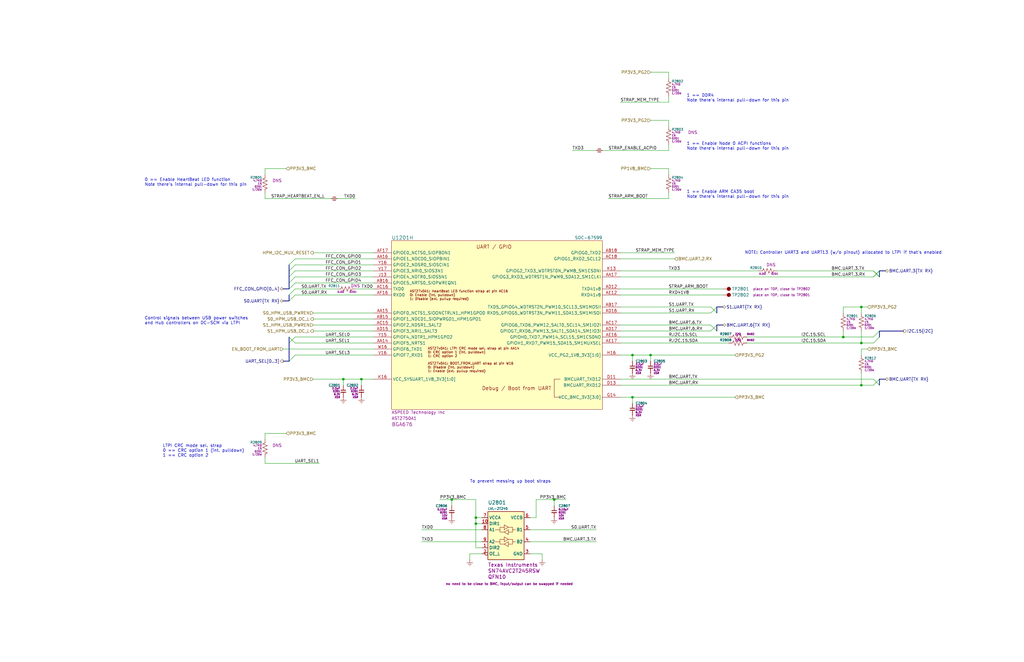
<source format=kicad_sch>
(kicad_sch (version 20231120) (generator "eeschema") (generator_version "8.0")
  (paper "B")
  (title_block (title "${PROJ}") (rev "${REV}") (company "${RPN}") (comment 1 "UART"))
  (lib_symbols
    (symbol "Capacitors, ceramic, Murata:CCM-610AA" (pin_numbers hide) (pin_names (offset 0) hide)
      (property "Reference" "C" (at 1.27 2.54 0))
      (property "val" "0.10µF" (at 1.27 1.27 0))
      (property "pkg" "0201" (at 1.27 0 0))
      (property "volt" "10V" (at 1.27 -1.27 0))
      (property "type" "X5R" (at 1.27 -2.54 0))
      (symbol "CCM-610AA_1_1"
        (pin passive line (at 0 2.54 270) (length 2.032) (name "~") (number "1"))
        (pin passive line (at 0 -2.54 90) (length 2.032) (name "~") (number "2"))
      )
    )
    (symbol "Capacitors, ceramic, Murata:CCM-722AA" (pin_numbers hide) (pin_names (offset 0) hide)
      (property "Reference" "C" (at 1.27 2.54 0))
      (property "val" "2.2µF" (at 1.27 1.27 0))
      (property "pkg" "0201" (at 1.27 0 0))
      (property "volt" "6.3V" (at 1.27 -1.27 0))
      (property "type" "X5R" (at 1.27 -2.54 0))
      (symbol "CCM-722AA_1_1"
        (pin passive line (at 0 2.54 270) (length 2.032) (name "~") (number "1"))
        (pin passive line (at 0 -2.54 90) (length 2.032) (name "~") (number "2"))
      )
    )
    (symbol "Mechanical:TST-01025" (pin_numbers hide) (pin_names (offset 1.016) hide) (in_bom no)
      (property "Reference" "TP" (at 3.81 0 0))
      (symbol "TST-01025_1_1"
        (pin passive line (at 0 0 0) (length 2.54) (name "~") (number "1"))
      )
    )
    (symbol "Netlist:NET-10002" (pin_numbers hide) (pin_names (offset 0) hide) (in_bom no) (on_board no)
      (symbol "NET-10002_1_1"
        (pin passive line (at -1.27 0 0) (length 0) (name "1") (number "1"))
        (pin passive line (at 1.27 0 180) (length 0) (name "2") (number "2"))
      )
    )
    (symbol "Power:GND" (power) (pin_names (offset 0)) (in_bom no) (on_board no)
      (symbol "GND_1_1"
        (pin power_in line (at 0 0 270) (length 0) hide (name "GND") (number "1"))
      )
    )
    (symbol "Resistors:RES-0000A" (pin_numbers hide) (pin_names (offset 0) hide)
      (property "Reference" "R" (at 1.27 2.54 0))
      (property "val" "0.0Ω" (at 1.27 1.27 0))
      (property "tol" "<50mΩ" (at 1.27 0 0))
      (property "pkg" "0201" (at 1.27 -1.27 0))
      (property "pwr" "0.5A" (at 1.27 -2.54 0))
      (symbol "RES-0000A_1_1"
        (pin passive line (at 0 3.81 270) (length 1.27) (name "~") (number "1"))
        (pin passive line (at 0 -3.81 90) (length 1.27) (name "~") (number "2"))
      )
    )
    (symbol "Resistors:RES-2220B" (pin_numbers hide) (pin_names (offset 0) hide)
      (property "Reference" "R" (at 1.27 2.54 0))
      (property "val" "22Ω" (at 1.27 1.27 0))
      (property "tol" "1%" (at 1.27 0 0))
      (property "pkg" "0402" (at 1.27 -1.27 0))
      (property "pwr" "1/16W" (at 1.27 -2.54 0))
      (symbol "RES-2220B_1_1"
        (pin passive line (at 0 3.81 270) (length 1.27) (name "~") (number "1"))
        (pin passive line (at 0 -3.81 90) (length 1.27) (name "~") (number "2"))
      )
    )
    (symbol "Resistors:RES-4470A" (pin_numbers hide) (pin_names (offset 0) hide)
      (property "Reference" "R" (at 1.27 2.54 0))
      (property "val" "4.7KΩ" (at 1.27 1.27 0))
      (property "tol" "1%" (at 1.27 0 0))
      (property "pkg" "0201" (at 1.27 -1.27 0))
      (property "pwr" "1/20W" (at 1.27 -2.54 0))
      (symbol "RES-4470A_1_1"
        (pin passive line (at 0 3.81 270) (length 1.27) (name "~") (number "1"))
        (pin passive line (at 0 -3.81 90) (length 1.27) (name "~") (number "2"))
      )
    )
    (symbol "SoCs, non-Rivos:SOC-67599"
      (property "Reference" "U" (at -17.78 57.15 0))
      (property "Value" "SOC-67599" (at 17.78 57.15 0))
      (property "mfr" "ASPEED Technology Inc" (at -17.78 -58.42 0))
      (property "mpn" "AST2750A1" (at -17.78 -60.96 0))
      (property "pkg" "BGA676" (at -17.78 -63.5 0))
      (symbol "SOC-67599_1_1"
        (text "PCIe0" (at -8.89 22.86 0) (effects (font (size 1.524 1.524)) (justify left)))
        (text "PCIe1" (at 2.54 22.86 0) (effects (font (size 1.524 1.524)) (justify left)))
        (pin input line (at -27.94 20.32 0) (length 7.62) (name "PE0CK_P") (number "AA10"))
        (pin passive line (at -27.94 -20.32 0) (length 7.62) hide (name "VCC_PEG4_1V8[1:0]") (number "AA7"))
        (pin power_in line (at -27.94 -10.16 0) (length 7.62) (name "VCC_PEG4_0V8[1:0]") (number "AA8"))
        (pin input inverted_clock (at 27.94 17.78 180) (length 7.62) (name "PE1CK_N") (number "AA9"))
        (pin input inverted_clock (at -27.94 17.78 0) (length 7.62) (name "PE0CK_N") (number "AB10"))
        (pin passive line (at -27.94 -10.16 0) (length 7.62) hide (name "VCC_PEG4_0V8[1:0]") (number "AB8"))
        (pin input inverted (at 27.94 2.54 180) (length 7.62) (name "PE1RX_N") (number "AC7"))
        (pin output inverted (at 27.94 10.16 180) (length 7.62) (name "PE1TX_N") (number "AC9"))
        (pin input line (at 27.94 -10.16 180) (length 7.62) (name "PCIEREF") (number "AD11"))
        (pin input line (at 27.94 5.08 180) (length 7.62) (name "PE1RX_P") (number "AD7"))
        (pin output line (at 27.94 12.7 180) (length 7.62) (name "PE1TX_P") (number "AD9"))
        (pin output line (at -27.94 12.7 0) (length 7.62) (name "PE0TX_P") (number "AE10"))
        (pin bidirectional line (at 27.94 -2.54 180) (length 7.62) (name "PCIE1RSTN1v8") (number "AE3"))
        (pin input line (at -27.94 5.08 0) (length 7.62) (name "PE0RX_P") (number "AE8"))
        (pin output inverted (at -27.94 10.16 0) (length 7.62) (name "PE0TX_N") (number "AF10"))
        (pin bidirectional line (at -27.94 -2.54 0) (length 7.62) (name "PCIE0RSTN1v8") (number "AF2"))
        (pin input inverted (at -27.94 2.54 0) (length 7.62) (name "PE0RX_N") (number "AF8"))
        (pin power_in line (at -27.94 -20.32 0) (length 7.62) (name "VCC_PEG4_1V8[1:0]") (number "Y8"))
        (pin input line (at 27.94 20.32 180) (length 7.62) (name "PE1CK_P") (number "Y9"))
      )
      (symbol "SOC-67599_2_1"
        (text "DP HBR" (at 0 11.43 0) (effects (font (size 1.524 1.524))))
        (pin input line (at 27.94 -8.89 180) (length 7.62) (name "DPHPD1v8") (number "AA6"))
        (pin power_in line (at -27.94 -8.89 0) (length 7.62) (name "VCC_DP_VCC12A_1V2") (number "AB5"))
        (pin power_in line (at -27.94 1.27 0) (length 7.62) (name "VCC_DP_VCC18A_1V8") (number "AB6"))
        (pin bidirectional inverted (at -27.94 6.35 0) (length 7.62) (name "DPAUX_N") (number "AC5"))
        (pin bidirectional line (at -27.94 8.89 0) (length 7.62) (name "DPAUX_P") (number "AD5"))
        (pin output inverted (at 27.94 -1.27 180) (length 7.62) (name "DPMLTX1_N") (number "AE5"))
        (pin output inverted (at 27.94 6.35 180) (length 7.62) (name "DPMLTX0_N") (number "AE6"))
        (pin output line (at 27.94 1.27 180) (length 7.62) (name "DPMLTX1_P") (number "AF5"))
        (pin output line (at 27.94 8.89 180) (length 7.62) (name "DPMLTX0_P") (number "AF6"))
      )
      (symbol "SOC-67599_3_1"
        (text "DDR4/DDR5" (at 0 53.34 0) (effects (font (size 1.524 1.524))))
        (pin output line (at 25.4 43.18 180) (length 7.62) (name "DDR5CK_P") (number "AA1"))
        (pin output inverted_clock (at 25.4 40.64 180) (length 7.62) (name "DDR5CK_N") (number "AA2"))
        (pin bidirectional line (at 25.4 -5.08 180) (length 7.62) (name "DDR4CA10") (number "AA4"))
        (pin output inverted_clock (at 25.4 48.26 180) (length 7.62) (name "DDR4CK_N") (number "AB1"))
        (pin output line (at 25.4 50.8 180) (length 7.62) (name "DDR4CK_P") (number "AB2"))
        (pin bidirectional line (at 25.4 35.56 180) (length 7.62) (name "DDR4BA0") (number "AB3"))
        (pin bidirectional line (at 25.4 33.02 180) (length 7.62) (name "DDR4BA1") (number "AC1"))
        (pin output output_low (at 25.4 -22.86 180) (length 7.62) (name "DDR4CASN") (number "AC3"))
        (pin bidirectional line (at 25.4 -12.7 180) (length 7.62) (name "DDR4CA13") (number "AD1"))
        (pin output output_low (at 25.4 -27.94 180) (length 7.62) (name "DDR4RASN") (number "AD2"))
        (pin output output_low (at 25.4 -40.64 180) (length 7.62) (name "DDR4CSN") (number "AD3"))
        (pin output output_low (at 25.4 -25.4 180) (length 7.62) (name "DDR4WEN") (number "AE1"))
        (pin output line (at 25.4 -45.72 180) (length 7.62) (name "DDR_ODT") (number "AE2"))
        (pin bidirectional inverted (at -25.4 33.02 0) (length 7.62) (name "DDRDQS0_N") (number "G1"))
        (pin bidirectional line (at -25.4 35.56 0) (length 7.62) (name "DDRDQS0_P") (number "G2"))
        (pin bidirectional line (at -25.4 22.86 0) (length 7.62) (name "DDRDQ0") (number "G3"))
        (pin bidirectional line (at -25.4 15.24 0) (length 7.62) (name "DDRDQ3") (number "H3"))
        (pin bidirectional line (at -25.4 20.32 0) (length 7.62) (name "DDRDQ1") (number "H4"))
        (pin bidirectional line (at -25.4 7.62 0) (length 7.62) (name "DDRDQ6") (number "J1"))
        (pin output line (at -25.4 27.94 0) (length 7.62) (name "DDRDM0") (number "J2"))
        (pin bidirectional line (at -25.4 12.7 0) (length 7.62) (name "DDRDQ4") (number "J3"))
        (pin bidirectional line (at -25.4 17.78 0) (length 7.62) (name "DDRDQ2") (number "J4"))
        (pin bidirectional line (at -25.4 5.08 0) (length 7.62) (name "DDRDQ7") (number "K2"))
        (pin bidirectional line (at -25.4 10.16 0) (length 7.62) (name "DDRDQ5") (number "K3"))
        (pin bidirectional line (at -25.4 -12.7 0) (length 7.62) (name "DDRDQ8") (number "L3"))
        (pin bidirectional inverted (at -25.4 -2.54 0) (length 7.62) (name "DDRDQS1_N") (number "M1"))
        (pin bidirectional line (at -25.4 0 0) (length 7.62) (name "DDRDQS1_P") (number "M2"))
        (pin bidirectional line (at -25.4 -15.24 0) (length 7.62) (name "DDRDQ9") (number "M3"))
        (pin bidirectional line (at -25.4 -20.32 0) (length 7.62) (name "DDRDQ11") (number "M4"))
        (pin bidirectional line (at -25.4 -25.4 0) (length 7.62) (name "DDRDQ13") (number "N1"))
        (pin bidirectional line (at -25.4 -17.78 0) (length 7.62) (name "DDRDQ10") (number "N2"))
        (pin output line (at -25.4 -7.62 0) (length 7.62) (name "DDRDM1") (number "N3"))
        (pin bidirectional line (at -25.4 -30.48 0) (length 7.62) (name "DDRDQ15") (number "P1"))
        (pin bidirectional line (at -25.4 -27.94 0) (length 7.62) (name "DDRDQ14") (number "P3"))
        (pin bidirectional line (at -25.4 -22.86 0) (length 7.62) (name "DDRDQ12") (number "P4"))
        (pin bidirectional line (at 25.4 -17.78 180) (length 7.62) (name "DDR4CKE_DDR5CSN") (number "R2"))
        (pin output output_low (at 25.4 -38.1 180) (length 7.62) (name "DDR4ACTN_DDR5CA2") (number "R3"))
        (pin bidirectional line (at 25.4 25.4 180) (length 7.62) (name "DDR4BG1_DDR5CA1") (number "R4"))
        (pin bidirectional line (at 25.4 2.54 180) (length 7.62) (name "DDR4CA7_DDR5CA6") (number "T1"))
        (pin bidirectional line (at 25.4 27.94 180) (length 7.62) (name "DDR4BG0_DDR5CA0") (number "T2"))
        (pin open_collector line (at 25.4 -33.02 180) (length 7.62) (name "DDR_ALERTN") (number "T4"))
        (pin bidirectional line (at 25.4 -2.54 180) (length 7.62) (name "DDR4CA9_DDR5CA3") (number "U1"))
        (pin bidirectional line (at 25.4 -10.16 180) (length 7.62) (name "DDR4CA12_DDR5CA4") (number "U2"))
        (pin bidirectional line (at 25.4 -7.62 180) (length 7.62) (name "DDR4CA11_DDR5CA5") (number "U3"))
        (pin bidirectional line (at 25.4 5.08 180) (length 7.62) (name "DDR4CA6_DDR5CA8") (number "U4"))
        (pin bidirectional line (at 25.4 0 180) (length 7.62) (name "DDR4CA8_DDR5CA7") (number "V1"))
        (pin bidirectional line (at 25.4 10.16 180) (length 7.62) (name "DDR4CA4_DDR5CA10") (number "V3"))
        (pin bidirectional line (at 25.4 15.24 180) (length 7.62) (name "DDR4CA2_DDR5CA12") (number "V4"))
        (pin output line (at -25.4 -48.26 0) (length 7.62) (name "DDRATO") (number "V5"))
        (pin bidirectional line (at 25.4 12.7 180) (length 7.62) (name "DDR4CA3_DDR5CA11") (number "W1"))
        (pin bidirectional line (at 25.4 7.62 180) (length 7.62) (name "DDR4CA5_DDR5CA9") (number "W2"))
        (pin bidirectional line (at 25.4 20.32 180) (length 7.62) (name "DDR4CA0") (number "W3"))
        (pin input line (at 25.4 -50.8 180) (length 7.62) (name "DDR_ZN") (number "W4"))
        (pin bidirectional line (at 25.4 17.78 180) (length 7.62) (name "DDR4CA1_DDR5CA13") (number "Y1"))
        (pin output output_low (at 25.4 -35.56 180) (length 7.62) (name "DDRRESETN") (number "Y2"))
        (pin output line (at -25.4 -50.8 0) (length 7.62) (name "DDRDTO") (number "Y3"))
      )
      (symbol "SOC-67599_4_1"
        (text "UFS 2.1" (at 0 13.97 0) (effects (font (size 1.524 1.524))))
        (pin output line (at 27.94 11.43 180) (length 7.62) (name "UFSTX0_P") (number "A2"))
        (pin input line (at 27.94 -8.89 180) (length 7.62) (name "UFSRX1_P") (number "B1"))
        (pin output inverted (at 27.94 8.89 180) (length 7.62) (name "UFSTX0_N") (number "B2"))
        (pin input inverted (at 27.94 -11.43 180) (length 7.62) (name "UFSRX1_N") (number "C1"))
        (pin output line (at 27.94 6.35 180) (length 7.62) (name "UFSTX1_P") (number "C2"))
        (pin input line (at 27.94 -3.81 180) (length 7.62) (name "UFSRX0_P") (number "D1"))
        (pin output inverted (at 27.94 3.81 180) (length 7.62) (name "UFSTX1_N") (number "D2"))
        (pin input inverted (at 27.94 -6.35 180) (length 7.62) (name "UFSRX0_N") (number "E1"))
        (pin output clock (at -27.94 11.43 0) (length 7.62) (name "UFSREFCK1v2") (number "E2"))
        (pin output output_low (at -27.94 6.35 0) (length 7.62) (name "UFSRSTN1v2") (number "F2"))
        (pin power_in line (at -27.94 -11.43 0) (length 7.62) (name "VCC_UFS_0V8") (number "K7"))
        (pin power_in line (at -27.94 -1.27 0) (length 7.62) (name "VCC_UFS_1V8") (number "L8"))
      )
      (symbol "SOC-67599_5_1"
        (text "USB2C supports USB-to-UART\n(access to UART11 and UART12)" (at -5.08 16.51 0) (effects (font (size 1 1)) (justify left)))
        (text "USB3.1 Gen2" (at 0 39.37 0) (effects (font (size 1.524 1.524))))
        (pin output inverted (at -27.94 34.29 0) (length 7.62) (name "USB3ATX_N") (number "A3"))
        (pin bidirectional line (at 27.94 29.21 180) (length 7.62) (name "USB2B_P") (number "A4"))
        (pin input inverted (at -27.94 11.43 0) (length 7.62) (name "USB3BRX_N") (number "A5"))
        (pin output line (at -27.94 36.83 0) (length 7.62) (name "USB3ATX_P") (number "B3"))
        (pin bidirectional inverted (at 27.94 26.67 180) (length 7.62) (name "USB2B_N") (number "B4"))
        (pin input line (at -27.94 13.97 0) (length 7.62) (name "USB3BRX_P") (number "B5"))
        (pin bidirectional line (at 27.94 36.83 180) (length 7.62) (name "USB2A_P") (number "C3"))
        (pin input line (at -27.94 29.21 0) (length 7.62) (name "USB3ARX_P") (number "C5"))
        (pin bidirectional inverted (at 27.94 34.29 180) (length 7.62) (name "USB2A_N") (number "D3"))
        (pin input inverted (at -27.94 26.67 0) (length 7.62) (name "USB3ARX_N") (number "D5"))
        (pin input line (at 27.94 -31.75 180) (length 7.62) (name "USB2ATXRTUNE") (number "E3"))
        (pin input line (at -27.94 -31.75 0) (length 7.62) (name "USB3RESREF") (number "E4"))
        (pin output line (at -27.94 21.59 0) (length 7.62) (name "USB3BTX_P") (number "E6"))
        (pin input line (at 27.94 -36.83 180) (length 7.62) (name "USB2BTXRTUNE") (number "F5"))
        (pin output inverted (at -27.94 19.05 0) (length 7.62) (name "USB3BTX_N") (number "F6"))
        (pin power_in line (at 27.94 3.81 180) (length 7.62) (name "VCCA_USB2C_3V3") (number "G15"))
        (pin input clock (at -27.94 6.35 0) (length 7.62) (name "USB25CK_P") (number "G6"))
        (pin bidirectional line (at 27.94 21.59 180) (length 7.62) (name "USB2C_P") (number "H15"))
        (pin input inverted_clock (at -27.94 3.81 0) (length 7.62) (name "USB25CK_N") (number "H6"))
        (pin bidirectional inverted (at 27.94 19.05 180) (length 7.62) (name "USB2C_N") (number "J15"))
        (pin power_in line (at 27.94 6.35 180) (length 7.62) (name "VCC_USB2_3V3") (number "J7"))
        (pin power_in line (at -27.94 -8.89 0) (length 7.62) (name "VCC_USB3_1V8[1:0]") (number "K10"))
        (pin power_in line (at 27.94 -19.05 180) (length 7.62) (name "VCC_USB2_0V8") (number "K11"))
        (pin power_in line (at 27.94 1.27 180) (length 7.62) (name "VCCA_USB2D_3V3") (number "K14"))
        (pin bidirectional line (at 27.94 13.97 180) (length 7.62) (name "USB2D_P") (number "K15"))
        (pin power_in line (at -27.94 -19.05 0) (length 7.62) (name "VCC_USB3_0V8[1:0]") (number "K9"))
        (pin passive line (at -27.94 -8.89 0) (length 7.62) hide (name "VCC_USB3_1V8[1:0]") (number "L10"))
        (pin power_in line (at 27.94 -8.89 180) (length 7.62) (name "VCC_USB2_1V8") (number "L11"))
        (pin bidirectional inverted (at 27.94 11.43 180) (length 7.62) (name "USB2D_N") (number "L15"))
        (pin passive line (at -27.94 -19.05 0) (length 7.62) hide (name "VCC_USB3_0V8[1:0]") (number "L9"))
      )
      (symbol "SOC-67599_6_1"
        (text "eMMC" (at -5.08 36.83 0) (effects (font (size 1.524 1.524))))
        (text "JTAG0 (M/S)" (at 7.62 29.21 0) (effects (font (size 1.524 1.524)) (justify left)))
        (text "JTAG1 (M)" (at 1.27 12.7 0) (effects (font (size 1.524 1.524)) (justify left)))
        (text "LTPI1 Rx" (at 10.16 -24.13 0) (effects (font (size 1.524 1.524)) (justify left)))
        (text "LTPI1 Tx" (at 10.16 -8.89 0) (effects (font (size 1.524 1.524)) (justify left)))
        (text "LTPI2 Rx" (at -10.16 -24.13 0) (effects (font (size 1.524 1.524)) (justify right)))
        (text "LTPI2 Tx" (at -10.16 -8.89 0) (effects (font (size 1.524 1.524)) (justify right)))
        (pin input line (at 45.72 29.21 180) (length 7.62) (name "TMS01v8") (number "AA5"))
        (pin bidirectional line (at -45.72 21.59 0) (length 7.62) (name "EMMCDAT3_GPIO18A5") (number "AB13"))
        (pin input input_low (at -45.72 1.27 0) (length 7.62) (name "EMMCCDN_VB0CSN_GPIO18A6") (number "AB14"))
        (pin bidirectional line (at -45.72 13.97 0) (length 7.62) (name "EMMCDAT5_VB0MISO_GPIO18B1_UFSCLKI") (number "AC13"))
        (pin output clock (at -45.72 34.29 0) (length 7.62) (name "EMMCCLK_VB1CSN_GPIO18A0") (number "AC14"))
        (pin input inverted (at 45.72 -29.21 180) (length 7.62) (name "LTPI1RX_N") (number "AC21"))
        (pin output line (at 45.72 -11.43 180) (length 7.62) (name "LTPI1TX_P") (number "AC23"))
        (pin bidirectional line (at -45.72 11.43 0) (length 7.62) (name "EMMCDAT6_DDCCLK_GPIO18B2") (number "AD13"))
        (pin bidirectional line (at -45.72 29.21 0) (length 7.62) (name "EMMCDAT0_VB1MOSI_GPIO18A2") (number "AD14"))
        (pin input line (at 45.72 -26.67 180) (length 7.62) (name "LTPI1RX_P") (number "AD21"))
        (pin output inverted (at 45.72 -13.97 180) (length 7.62) (name "LTPI1TX_N") (number "AD23"))
        (pin input input_low (at 45.72 34.29 180) (length 7.62) (name "NTRST01v8") (number "AD4"))
        (pin bidirectional line (at -45.72 8.89 0) (length 7.62) (name "EMMCDAT7_DDCDAT_GPIO18B3") (number "AE13"))
        (pin bidirectional line (at -45.72 26.67 0) (length 7.62) (name "EMMCDAT1_VB1MISO_GPIO18A3") (number "AE14"))
        (pin bidirectional line (at -45.72 3.81 0) (length 7.62) (name "EMMCCMD_VB1CK_GPIO18A1") (number "AE15"))
        (pin input inverted_clock (at 45.72 -21.59 180) (length 7.62) (name "LTPI1RXCK_N") (number "AE22"))
        (pin output inverted (at 45.72 -6.35 180) (length 7.62) (name "LTPI1TXCK_N") (number "AE24"))
        (pin input line (at 45.72 24.13 180) (length 7.62) (name "TDI01v8") (number "AE4"))
        (pin bidirectional line (at -45.72 16.51 0) (length 7.62) (name "EMMCDAT4_VB0MOSI_GPIO18B0") (number "AF13"))
        (pin bidirectional line (at -45.72 24.13 0) (length 7.62) (name "EMMCDAT2_GPIO18A4") (number "AF14"))
        (pin input clock (at 45.72 -19.05 180) (length 7.62) (name "LTPI1RXCK_P") (number "AF22"))
        (pin output line (at 45.72 -3.81 180) (length 7.62) (name "LTPI1TXCK_P") (number "AF24"))
        (pin input clock (at 45.72 31.75 180) (length 7.62) (name "TCK01v8") (number "AF3"))
        (pin output line (at 45.72 26.67 180) (length 7.62) (name "TDO01v8") (number "AF4"))
        (pin output output_low (at 45.72 19.05 180) (length 7.62) (name "GPIOQ2_MNTRST13v3") (number "D12"))
        (pin output line (at 45.72 13.97 180) (length 7.62) (name "GPIOQ4_MTMS13v3") (number "E11"))
        (pin output line (at 45.72 16.51 180) (length 7.62) (name "GPIOQ3_MTCK13v3") (number "F10"))
        (pin output line (at 45.72 11.43 180) (length 7.62) (name "GPIOQ5_MTDI13v3") (number "F11"))
        (pin input line (at 45.72 8.89 180) (length 7.62) (name "GPIOQ6_MTDO13v3") (number "F13"))
        (pin power_in line (at 45.72 3.81 180) (length 7.62) (name "VCC_BMC_3V3[3:0]") (number "G13"))
        (pin power_in line (at -45.72 -34.29 0) (length 7.62) (name "VCC_LTPIIO2_1V8[1:0]") (number "P19"))
        (pin power_in line (at 45.72 -34.29 180) (length 7.62) (name "VCC_LTPIIO_1V8[1:0]") (number "P20"))
        (pin passive line (at 45.72 -34.29 180) (length 7.62) hide (name "VCC_LTPIIO_1V8[1:0]") (number "P21"))
        (pin passive line (at -45.72 -34.29 0) (length 7.62) hide (name "VCC_LTPIIO2_1V8[1:0]") (number "R20"))
        (pin output inverted (at -45.72 -6.35 0) (length 7.62) (name "LTPI2TXCK_N") (number "T25"))
        (pin output line (at -45.72 -3.81 0) (length 7.62) (name "LTPI2TXCK_P") (number "T26"))
        (pin output inverted (at -45.72 -13.97 0) (length 7.62) (name "LTPI2TX_N") (number "U23"))
        (pin output line (at -45.72 -11.43 0) (length 7.62) (name "LTPI2TX_P") (number "U24"))
        (pin input inverted_clock (at -45.72 -21.59 0) (length 7.62) (name "LTPI2RXCK_N") (number "V25"))
        (pin input clock (at -45.72 -19.05 0) (length 7.62) (name "LTPI2RXCK_P") (number "V26"))
        (pin input inverted (at -45.72 -29.21 0) (length 7.62) (name "LTPI2RX_N") (number "W23"))
        (pin input line (at -45.72 -26.67 0) (length 7.62) (name "LTPI2RX_P") (number "W24"))
      )
      (symbol "SOC-67599_7_1"
        (text "eSPI0/1" (at 0 13.97 0) (effects (font (size 1.524 1.524))))
        (pin input input_low (at -58.42 3.81 0) (length 7.62) (name "ESPI0CSN_L0FRAMEN_GPIOM5") (number "B13"))
        (pin bidirectional line (at -58.42 -6.35 0) (length 7.62) (name "ESPI0D3_L0AD3_GPIOM3") (number "B14"))
        (pin bidirectional line (at -58.42 -3.81 0) (length 7.62) (name "ESPI0D2_L0AD2_GPIOM2") (number "B15"))
        (pin bidirectional line (at -58.42 1.27 0) (length 7.62) (name "ESPI0D0_L0AD0_GPIOM0") (number "B16"))
        (pin open_collector line (at 58.42 6.35 180) (length 7.62) (name "ESPI1ALTN_L1SIRQN_SD0CMD_GPIOA2_SDA3_VPIVS") (number "C11"))
        (pin bidirectional line (at 58.42 -3.81 180) (length 7.62) (name "ESPI1D2_L1AD2_SD0DAT2_GPIOA6_SDA2") (number "C12"))
        (pin bidirectional line (at 58.42 -6.35 180) (length 7.62) (name "ESPI1D3_L1AD3_SD0DAT3_GPIOA7_SCL3") (number "C13"))
        (pin input input_low (at 58.42 8.89 180) (length 7.62) (name "ESPI1RSTN_LPC1RSTN_SD0CDN_GPIOA1_SCL1_VPIHS") (number "C14"))
        (pin input input_low (at -58.42 8.89 0) (length 7.62) (name "ESPI0RSTN_LPC0RSTN_GPIOM7") (number "C15"))
        (pin input clock (at 58.42 11.43 180) (length 7.62) (name "ESPI1CK_L1CLK_SD0CLK_GPIOA0_SCL0_VPICLK") (number "C16"))
        (pin input clock (at -58.42 11.43 0) (length 7.62) (name "ESPI0CK_L0CLK_OSCCLK_GPIOM4") (number "C17"))
        (pin bidirectional line (at 58.42 -1.27 180) (length 7.62) (name "ESPI1D1_L1AD1_SD0DAT1_GPIOA5_SCL2_VPIR1") (number "D10"))
        (pin bidirectional line (at -58.42 -1.27 0) (length 7.62) (name "ESPI0D1_L0AD1_GPIOM1") (number "D14"))
        (pin input input_low (at 58.42 3.81 180) (length 7.62) (name "ESPI1CSN_L1FRAMEN_SD0WPN_GPIOA3_SDA0_VPIDE") (number "D9"))
        (pin open_collector line (at -58.42 6.35 0) (length 7.62) (name "ESPI0ALTN_L0SIRQN_GPIOM6") (number "E14"))
        (pin bidirectional line (at 58.42 1.27 180) (length 7.62) (name "ESPI1D0_L1AD0_SD0DAT0_GPIOA4_SDA1_VPIR0") (number "F14"))
        (pin power_in line (at 58.42 -11.43 180) (length 7.62) (name "VCC_ESPI1_1V8_3V3") (number "G17"))
        (pin power_in line (at -58.42 -11.43 0) (length 7.62) (name "VCC_ESPI0_1V8_3V3") (number "G18"))
      )
      (symbol "SOC-67599_8_1"
        (text "AST27x0A1: BOOT_FROM_UART strap at pin W16\n0: Disable (int. pulldown)\n1: Enable (ext. pullup required)" (at -29.21 -17.78 0) (effects (font (size 1 1)) (justify left)))
        (text "AST27x0A1: HeartBeat LED function strap at pin AC16\n0: Enable (int. pulldown)\n1: Disable (ext. pullup required)" (at -36.83 12.7 0) (effects (font (size 1 1)) (justify left)))
        (text "AST27x0A1: LTPI CRC mode sel. strap at pin AA14\n0: CRC option 1 (int. pulldown)\n1: CRC option 2" (at -29.21 -11.43 0) (effects (font (size 1 1)) (justify left)))
        (text "Debug / Boot from UART" (at -6.35 -26.67 0) (effects (font (size 1.524 1.524)) (justify left)))
        (text "UART / GPIO" (at -1.27 33.02 0) (effects (font (size 1.524 1.524))))
        (pin bidirectional line (at -52.07 -7.62 0) (length 7.62) (name "GPIOF5_NRTS1") (number "AA14"))
        (pin bidirectional line (at -52.07 5.08 0) (length 7.62) (name "GPIOF0_NCTS1_SIOONCTRLN1_HPM1GPO0") (number "AA15"))
        (pin bidirectional line (at -52.07 27.94 0) (length 7.62) (name "GPIOE1_NDCD0_SIOPBIN1") (number "AA16"))
        (pin bidirectional line (at 52.07 20.32 180) (length 7.62) (name "GPIOG3_RXD3_WDTRST1N_PWM9_SDA12_SM1CLKI") (number "AA17"))
        (pin bidirectional line (at -52.07 2.54 0) (length 7.62) (name "GPIOF1_NDCD1_SIOPWRGD1_HPM1GPO1") (number "AB15"))
        (pin bidirectional line (at -52.07 17.78 0) (length 7.62) (name "GPIOE5_NRTS0_SIOPWREQN1") (number "AB16"))
        (pin output line (at 52.07 7.62 180) (length 7.62) (name "TXD5_GPIOG4_WDTRST2N_PWM10_SCL13_SM1MOSII") (number "AB17"))
        (pin bidirectional line (at 52.07 30.48 180) (length 7.62) (name "GPIOG0_TXD2") (number "AB18"))
        (pin bidirectional line (at -52.07 0 0) (length 7.62) (name "GPIOF2_NDSR1_SALT2") (number "AC15"))
        (pin output line (at -52.07 15.24 0) (length 7.62) (name "TXD0") (number "AC16"))
        (pin bidirectional line (at 52.07 0 180) (length 7.62) (name "GPIOG6_TXD6_PWM12_SALT0_SCL14_SM1IO2I") (number "AC17"))
        (pin bidirectional line (at 52.07 27.94 180) (length 7.62) (name "GPIOG1_RXD2_SCL12") (number "AC18"))
        (pin output line (at 52.07 15.24 180) (length 7.62) (name "TXD41v8") (number "AD12"))
        (pin bidirectional line (at -52.07 -2.54 0) (length 7.62) (name "GPIOF3_NRI1_SALT3") (number "AD15"))
        (pin input line (at 52.07 5.08 180) (length 7.62) (name "RXD5_GPIOG5_WDTRST3N_PWM11_SDA13_SM1MISOI") (number "AD16"))
        (pin bidirectional line (at 52.07 -2.54 180) (length 7.62) (name "GPIOG7_RXD6_PWM13_SALT1_SDA14_SM1IO3I") (number "AD17"))
        (pin input line (at 52.07 12.7 180) (length 7.62) (name "RXD41v8") (number "AE12"))
        (pin bidirectional line (at 52.07 -5.08 180) (length 7.62) (name "GPIOH0_TXD7_PWM14_SCL15_SM1CS0NO") (number "AE16"))
        (pin bidirectional line (at 52.07 -7.62 180) (length 7.62) (name "GPIOH1_RXD7_PWM15_SDA15_SM1MUXSEL") (number "AE17"))
        (pin input line (at -52.07 12.7 0) (length 7.62) (name "RXD0") (number "AF16"))
        (pin bidirectional line (at -52.07 30.48 0) (length 7.62) (name "GPIOE0_NCTS0_SIOPBON1") (number "AF17"))
        (pin output line (at 52.07 -22.86 180) (length 7.62) (name "BMCUART_TXD12") (number "D11"))
        (pin input line (at 52.07 -25.4 180) (length 7.62) (name "BMCUART_RXD12") (number "D13"))
        (pin power_in line (at 52.07 -30.48 180) (length 7.62) (name "VCC_BMC_3V3[3:0]") (number "G14"))
        (pin power_in line (at 52.07 -12.7 180) (length 7.62) (name "VCC_PG2_1V8_3V3[1:0]") (number "H16"))
        (pin bidirectional line (at -52.07 20.32 0) (length 7.62) (name "GPIOE4_NDTR0_SIOS5N1") (number "J13"))
        (pin passive line (at 52.07 -12.7 180) (length 7.62) hide (name "VCC_PG2_1V8_3V3[1:0]") (number "J16"))
        (pin bidirectional line (at 52.07 22.86 180) (length 7.62) (name "GPIOG2_TXD3_WDTRST0N_PWM8_SM1CS0NI") (number "K13"))
        (pin power_in line (at -52.07 -22.86 0) (length 7.62) (name "VCC_SYSUART_1V8_3V3[1:0]") (number "K16"))
        (pin passive line (at -52.07 -22.86 0) (length 7.62) hide (name "VCC_SYSUART_1V8_3V3[1:0]") (number "L16"))
        (pin bidirectional line (at -52.07 -12.7 0) (length 7.62) (name "GPIOF7_RXD1") (number "V16"))
        (pin bidirectional line (at -52.07 22.86 0) (length 7.62) (name "GPIOE3_NRI0_SIOS3N1") (number "V17"))
        (pin bidirectional line (at -52.07 -10.16 0) (length 7.62) (name "GPIOF6_TXD1") (number "W16"))
        (pin bidirectional line (at -52.07 -5.08 0) (length 7.62) (name "GPIOF4_NDTR1_HPM1GPO2") (number "Y15"))
        (pin bidirectional line (at -52.07 25.4 0) (length 7.62) (name "GPIOE2_NDSR0_SIOSCIN1") (number "Y16"))
      )
      (symbol "SOC-67599_9_1"
        (text "MISC" (at 0 11.43 0) (effects (font (size 1.524 1.524))))
        (text "PECI" (at -1.27 -3.81 0) (effects (font (size 1.524 1.524)) (justify left)))
        (pin input input_low (at -33.02 3.81 0) (length 7.62) (name "SRSTN1v8") (number "AB11"))
        (pin input input_low (at -33.02 1.27 0) (length 7.62) (name "EXTRSTN1v8") (number "AB12"))
        (pin output output_low (at -33.02 -6.35 0) (length 7.62) (name "RSTIND1v8") (number "AB4"))
        (pin input line (at 33.02 8.89 180) (length 7.62) (name "ENTEST1v8") (number "AC11"))
        (pin input clock (at -33.02 8.89 0) (length 7.62) (name "CLKIN1v8") (number "AC12"))
        (pin bidirectional line (at 33.02 -1.27 180) (length 7.62) (name "PECI") (number "AD24"))
        (pin input input_low (at -33.02 -1.27 0) (length 7.62) (name "SSPRSTN1v8") (number "AF12"))
        (pin input input_low (at -33.02 -8.89 0) (length 7.62) (name "TSTRSTN") (number "AF15"))
        (pin power_in line (at 33.02 -6.35 180) (length 7.62) (name "VCC_PECIVDD_1V0") (number "L23"))
        (pin input input_low (at 33.02 3.81 180) (length 7.62) (name "CHASIN") (number "V15"))
      )
      (symbol "SOC-67599_10_1"
        (text "GPIO / TACH / PWM" (at 0 22.86 0) (effects (font (size 1.524 1.524))))
        (text "SCMGPO[11:0] will drive output 0 during power on until uboot \nconfiguration, make sure no harm to the peripherals connected." (at -49.53 -19.05 0) (effects (font (size 1 1)) (justify left)))
        (pin bidirectional line (at -58.42 17.78 0) (length 7.62) (name "GPIOB1_TACH1_THRUOUT0_SCMGPO1_VPIR3") (number "AA25"))
        (pin bidirectional line (at -58.42 15.24 0) (length 7.62) (name "GPIOB2_TACH2_THRUIN1_SCMGPO2_VPIR4") (number "AB23"))
        (pin bidirectional line (at 58.42 20.32 180) (length 7.62) (name "GPIOC2_TACH10_SALT12_NCTS6_SCMGPO10_VPIG4") (number "AB26"))
        (pin bidirectional line (at -58.42 20.32 0) (length 7.62) (name "GPIOB0_TACH0_THRUIN0_SCMGPO0_VPIR2") (number "AC26"))
        (pin bidirectional line (at 58.42 -15.24 180) (length 7.62) (name "GPIOD7_PWM7_SIOPWRGD0_SM0MUXSEL_HPM0GPO3") (number "AD22"))
        (pin bidirectional line (at 58.42 0 180) (length 7.62) (name "GPIOD1_PWM1_SIOPBIN0_SM0CLKI_HPM0GPI1_VPIB3") (number "AD25"))
        (pin bidirectional line (at 58.42 17.78 180) (length 7.62) (name "GPIOC3_TACH11_SALT13_NDCD6_SCMGPO11_VPIG5") (number "AD26"))
        (pin bidirectional line (at 58.42 -10.16 180) (length 7.62) (name "GPIOD5_PWM5_SIOPWREQN0_SM0IO3I_HPM0GPO1_VPIB7") (number "AE21"))
        (pin bidirectional line (at 58.42 -12.7 180) (length 7.62) (name "GPIOD6_PWM6_SIOONCTRLN0_SM0CS0NO_HPM0GPO2") (number "AE23"))
        (pin bidirectional line (at 58.42 2.54 180) (length 7.62) (name "GPIOD0_PWM0_SIOPBON0_SM0CS0NI_HPM0GPI0_VPIB2") (number "AE25"))
        (pin bidirectional line (at 58.42 12.7 180) (length 7.62) (name "GPIOC5_TACH13_SALT15_NRI6_SCMGPI1_VPIG7") (number "AE26"))
        (pin bidirectional line (at 58.42 -5.08 180) (length 7.62) (name "GPIOD3_PWM3_SIOS3N0_SM0MISOI_HPM0GPI3_VPIB5") (number "AF20"))
        (pin bidirectional line (at 58.42 -7.62 180) (length 7.62) (name "GPIOD4_PWM4_SIOS5N0_SM0IO2I_HPM0GPO0_VPIB6") (number "AF21"))
        (pin bidirectional line (at 58.42 -2.54 180) (length 7.62) (name "GPIOD2_PWM2_SIOSCIN0_SM0MOSII_HPM0GPI2_VPIB4") (number "AF23"))
        (pin bidirectional line (at 58.42 7.62 180) (length 7.62) (name "GPIOC7_TACH15_NRTS6_SM0CS0NI_SCMGPI3_VPIB1") (number "AF25"))
        (pin bidirectional line (at 58.42 10.16 180) (length 7.62) (name "GPIOC6_TACH14_NDTR6_SCMGPI2_VPIB0") (number "AF26"))
        (pin power_in line (at 58.42 -20.32 180) (length 7.62) (name "VCC_PG1_1V8_3V3[1:0]") (number "L25"))
        (pin power_in line (at -58.42 -7.62 0) (length 7.62) (name "VCC_PG0_1V8_3V3") (number "M24"))
        (pin passive line (at 58.42 -20.32 180) (length 7.62) hide (name "VCC_PG1_1V8_3V3[1:0]") (number "M25"))
        (pin bidirectional line (at -58.42 2.54 0) (length 7.62) (name "GPIOB7_TACH7_NRI5_SCMGPO7_VPIG1") (number "N25"))
        (pin bidirectional line (at -58.42 7.62 0) (length 7.62) (name "GPIOB5_TACH5_NDCD5_SCMGPO5_VPIR7") (number "N26"))
        (pin bidirectional line (at -58.42 5.08 0) (length 7.62) (name "GPIOB6_TACH6_NDSR5_SCMGPO6_VPIG0") (number "P25"))
        (pin bidirectional line (at 58.42 15.24 180) (length 7.62) (name "GPIOC4_TACH12_SALT14_NDSR6_SCMGPI0_VPIG6") (number "P26"))
        (pin bidirectional line (at -58.42 12.7 0) (length 7.62) (name "GPIOB3_TACH3_THRUOUT1_SCMGPO3_VPIR5") (number "U22"))
        (pin bidirectional line (at -58.42 10.16 0) (length 7.62) (name "GPIOB4_TACH4_NCTS5_SCMGPO4_VPIR6") (number "V21"))
        (pin bidirectional line (at -58.42 0 0) (length 7.62) (name "GPIOC0_TACH8_NDTR5_SCMGPO8_VPIG2") (number "V23"))
        (pin bidirectional line (at -58.42 -2.54 0) (length 7.62) (name "GPIOC1_TACH9_NRTS5_SCMGPO9_VPIG3") (number "W22"))
      )
      (symbol "SOC-67599_11_1"
        (text "FSI/I3CLV1" (at -15.24 -25.4 0) (effects (font (size 1.524 1.524)) (justify left)))
        (text "I3CHV0" (at 7.62 26.67 0) (effects (font (size 1.524 1.524)) (justify left)))
        (text "I3CHV1" (at -15.24 26.67 0) (effects (font (size 1.524 1.524)) (justify left)))
        (text "I3CLV1" (at -15.24 -5.08 0) (effects (font (size 1.524 1.524)) (justify left)))
        (pin bidirectional line (at -55.88 -2.54 0) (length 7.62) (name "GPIOJ3_I3CSDA5") (number "AA20"))
        (pin bidirectional line (at -55.88 -20.32 0) (length 7.62) (name "GPIOK2_I3CSCL9_FSI1CLK") (number "AA21"))
        (pin bidirectional line (at -55.88 -5.08 0) (length 7.62) (name "GPIOJ4_I3CSCL6") (number "AA22"))
        (pin bidirectional line (at -55.88 27.94 0) (length 7.62) (name "GPIOI4_HVI3C14SCL_SCL14") (number "AA23"))
        (pin bidirectional line (at 55.88 30.48 180) (length 7.62) (name "GPIOL3_HVI3CSDA1_SDA9") (number "AA24"))
        (pin bidirectional line (at 55.88 25.4 180) (length 7.62) (name "GPIOL5_HVI3CSDA2_SDA10") (number "AA26"))
        (pin bidirectional line (at -55.88 -7.62 0) (length 7.62) (name "GPIOJ5_I3CSDA6") (number "AB20"))
        (pin bidirectional line (at -55.88 -22.86 0) (length 7.62) (name "GPIOK3_I3CSDA9_FSI1DATA") (number "AB21"))
        (pin bidirectional line (at -55.88 22.86 0) (length 7.62) (name "GPIOI6_HVI3C15SCL_SCL15") (number "AB22"))
        (pin bidirectional line (at -55.88 -25.4 0) (length 7.62) (name "GPIOK4_I3CSCL10_FSI2CLK") (number "AC19"))
        (pin bidirectional line (at -55.88 -17.78 0) (length 7.62) (name "GPIOK1_I3CSDA8_FSI0DATA") (number "AC20"))
        (pin bidirectional line (at -55.88 25.4 0) (length 7.62) (name "GPIOI5_HVI3C14SDA_SDA14") (number "AC22"))
        (pin bidirectional line (at -55.88 -33.02 0) (length 7.62) (name "GPIOK7_I3CSDA11_FSI3DATA") (number "AD18"))
        (pin bidirectional line (at -55.88 -30.48 0) (length 7.62) (name "GPIOK6_I3CSCL11_FSI3CLK") (number "AD19"))
        (pin bidirectional line (at -55.88 -15.24 0) (length 7.62) (name "GPIOK0_I3CSCL8_FSI0CLK") (number "AD20"))
        (pin bidirectional line (at -55.88 -27.94 0) (length 7.62) (name "GPIOK5_I3CSDA10_FSI2DATA") (number "AE18"))
        (pin bidirectional line (at -55.88 -12.7 0) (length 7.62) (name "GPIOJ7_I3CSDA7") (number "AE19"))
        (pin bidirectional line (at -55.88 5.08 0) (length 7.62) (name "GPIOJ0_I3CSCL4") (number "AE20"))
        (pin bidirectional line (at -55.88 -10.16 0) (length 7.62) (name "GPIOJ6_I3CSCL7") (number "AF18"))
        (pin bidirectional line (at -55.88 2.54 0) (length 7.62) (name "GPIOJ1_I3CSDA4") (number "AF19"))
        (pin power_in line (at -55.88 -38.1 0) (length 7.62) (name "VCC_I3CVDDL1_1V0[2:0]") (number "N24"))
        (pin power_in line (at 55.88 15.24 180) (length 7.62) (name "VCC_I3CVDDH0_1V8_3V3[1:0]") (number "P22"))
        (pin passive line (at 55.88 15.24 180) (length 7.62) hide (name "VCC_I3CVDDH0_1V8_3V3[1:0]") (number "P23"))
        (pin passive line (at -55.88 -38.1 0) (length 7.62) hide (name "VCC_I3CVDDL1_1V0[2:0]") (number "P24"))
        (pin passive line (at -55.88 -38.1 0) (length 7.62) hide (name "VCC_I3CVDDL1_1V0[2:0]") (number "R24"))
        (pin bidirectional line (at 55.88 27.94 180) (length 7.62) (name "GPIOL4_HVI3CSCL2_SCL10") (number "R25"))
        (pin bidirectional line (at 55.88 22.86 180) (length 7.62) (name "GPIOL6_HVI3CSCL3_SCL11") (number "R26"))
        (pin power_in line (at -55.88 15.24 0) (length 7.62) (name "VCC_I3CVDDH1_1V8_3V3[1:0]") (number "T21"))
        (pin passive line (at -55.88 15.24 0) (length 7.62) hide (name "VCC_I3CVDDH1_1V8_3V3[1:0]") (number "T22"))
        (pin bidirectional line (at 55.88 38.1 180) (length 7.62) (name "GPIOL0_HVI3CSCL0_SCL8") (number "U25"))
        (pin bidirectional line (at 55.88 35.56 180) (length 7.62) (name "GPIOL1_HVI3CSDA0_SDA8") (number "U26"))
        (pin bidirectional line (at -55.88 30.48 0) (length 7.62) (name "GPIOI3_HVI3C13SDA_SDA13") (number "W21"))
        (pin bidirectional line (at -55.88 38.1 0) (length 7.62) (name "GPIOI0_HVI3C12SCL_SCL12") (number "W25"))
        (pin bidirectional line (at -55.88 20.32 0) (length 7.62) (name "GPIOI7_HVI3C15SDA_SDA15") (number "Y21"))
        (pin bidirectional line (at -55.88 0 0) (length 7.62) (name "GPIOJ2_I3CSCL5") (number "Y22"))
        (pin bidirectional line (at -55.88 35.56 0) (length 7.62) (name "GPIOI1_HVI3C12SDA_SDA12") (number "Y23"))
        (pin bidirectional line (at -55.88 33.02 0) (length 7.62) (name "GPIOI2_HVI3C13SCL_SCL13") (number "Y24"))
        (pin bidirectional line (at 55.88 20.32 180) (length 7.62) (name "GPIOL7_HVI3CSDA3_SDA11") (number "Y25"))
        (pin bidirectional line (at 55.88 33.02 180) (length 7.62) (name "GPIOL2_HVI3CSCL1_SCL9") (number "Y26"))
      )
      (symbol "SOC-67599_12_1"
        (text "FWSPI" (at -17.78 34.29 0) (effects (font (size 1.524 1.524))))
        (text "SPI0 - SOC0" (at -15.24 -3.81 0) (effects (font (size 1.524 1.524))))
        (text "SPI1 - SOC1" (at 11.43 34.29 0) (effects (font (size 1.524 1.524))))
        (text "SPI2 - HPM FPGA" (at 2.54 -26.67 0) (effects (font (size 1.524 1.524))))
        (pin output output_low (at -48.26 8.89 0) (length 7.62) (name "FWSPICS2N") (number "A12"))
        (pin output output_low (at -48.26 11.43 0) (length 7.62) (name "FWSPICS1N") (number "A13"))
        (pin input line (at -48.26 16.51 0) (length 7.62) (name "GPIOP7_FWSPIABR") (number "A14"))
        (pin bidirectional line (at -48.26 19.05 0) (length 7.62) (name "FWSPIDQ3_GPIOU7") (number "A15"))
        (pin input line (at -48.26 24.13 0) (length 7.62) (name "FWSPIMISO") (number "A16"))
        (pin output line (at -48.26 26.67 0) (length 7.62) (name "FWSPIMOSI") (number "A17"))
        (pin input line (at 48.26 11.43 180) (length 7.62) (name "GPIOO7_SPI1WPN_THRUOUT2") (number "A18"))
        (pin input line (at 48.26 13.97 180) (length 7.62) (name "GPIOO6_SPI1ABR_THRUIN2") (number "A19"))
        (pin output output_low (at 48.26 16.51 180) (length 7.62) (name "SPI1CS0") (number "A20"))
        (pin bidirectional line (at 48.26 19.05 180) (length 7.62) (name "GPIOO5_SPI1CS1_RXD11") (number "A21"))
        (pin bidirectional line (at 48.26 -11.43 180) (length 7.62) (name "GPIOP3_SPI2MISO") (number "A22"))
        (pin bidirectional line (at 48.26 -8.89 180) (length 7.62) (name "GPIOP2_SPI2MOSI") (number "A23"))
        (pin bidirectional line (at 48.26 26.67 180) (length 7.62) (name "SPI1MISO_TXD10") (number "A24"))
        (pin bidirectional line (at 48.26 29.21 180) (length 7.62) (name "SPI1MOSI_RXD9") (number "A25"))
        (pin bidirectional line (at 48.26 -19.05 180) (length 7.62) (name "GPIOP6_SPI2CS1N_HPM1GPO3") (number "A26"))
        (pin bidirectional line (at -48.26 -16.51 0) (length 7.62) (name "GPION4_SPI0DQ3") (number "B18"))
        (pin input line (at -48.26 -26.67 0) (length 7.62) (name "GPION7_SPI0WPN_RXD8") (number "B19"))
        (pin output output_low (at -48.26 -21.59 0) (length 7.62) (name "SPI0CS0_SPI0CS0") (number "B20"))
        (pin bidirectional line (at -48.26 -19.05 0) (length 7.62) (name "GPION5_SPI0CS1") (number "B21"))
        (pin bidirectional line (at -48.26 -11.43 0) (length 7.62) (name "SPI0MISO_GPION2") (number "B22"))
        (pin bidirectional line (at -48.26 -8.89 0) (length 7.62) (name "SPI0MOSI_GPION1") (number "B23"))
        (pin bidirectional line (at 48.26 24.13 180) (length 7.62) (name "GPIOO3_SPI1DQ2_RXD10") (number "B24"))
        (pin bidirectional line (at 48.26 -13.97 180) (length 7.62) (name "GPIOP4_SPI2DQ2_THRUIN3") (number "B25"))
        (pin output clock (at 48.26 31.75 180) (length 7.62) (name "SPI1CK_TXD9") (number "B26"))
        (pin bidirectional line (at -48.26 -13.97 0) (length 7.62) (name "GPION3_SPI0DQ2") (number "C23"))
        (pin output clock (at -48.26 29.21 0) (length 7.62) (name "FWSPICK") (number "C24"))
        (pin output output_low (at -48.26 31.75 0) (length 7.62) (name "FWSPICS0N") (number "C25"))
        (pin bidirectional line (at 48.26 -6.35 180) (length 7.62) (name "GPIOP1_SPI2CK") (number "C26"))
        (pin output clock (at -48.26 -6.35 0) (length 7.62) (name "SPI0CK") (number "D24"))
        (pin bidirectional line (at 48.26 -3.81 180) (length 7.62) (name "GPIOP0_SPI2CS0N") (number "D26"))
        (pin power_in line (at -48.26 -31.75 0) (length 7.62) (name "VCC_SPI0_1V8_3V3[1:0]") (number "E22"))
        (pin passive line (at -48.26 -31.75 0) (length 7.62) hide (name "VCC_SPI0_1V8_3V3[1:0]") (number "E23"))
        (pin power_in line (at 48.26 6.35 180) (length 7.62) (name "VCC_SPI1_1V8_3V3[1:0]") (number "E24"))
        (pin bidirectional line (at 48.26 21.59 180) (length 7.62) (name "GPIOO4_SPI1DQ3_TXD11") (number "E26"))
        (pin passive line (at 48.26 6.35 180) (length 7.62) hide (name "VCC_SPI1_1V8_3V3[1:0]") (number "F24"))
        (pin bidirectional line (at 48.26 -16.51 180) (length 7.62) (name "GPIOP5_SPI2DQ3_THRUOUT3") (number "F26"))
        (pin power_in line (at -48.26 3.81 0) (length 7.62) (name "VCC_FWSPI_3V3[1:0]") (number "G21"))
        (pin passive line (at -48.26 3.81 0) (length 7.62) hide (name "VCC_FWSPI_3V3[1:0]") (number "G22"))
        (pin power_in line (at 48.26 -24.13 180) (length 7.62) (name "VCC_SPI2_1V8_3V3[1:0]") (number "G23"))
        (pin passive line (at 48.26 -24.13 180) (length 7.62) hide (name "VCC_SPI2_1V8_3V3[1:0]") (number "H23"))
        (pin input line (at -48.26 -24.13 0) (length 7.62) (name "GPION6_SPI0ABR_TXD8") (number "M15"))
        (pin bidirectional line (at -48.26 21.59 0) (length 7.62) (name "FWSPIDQ2_GPIOU6") (number "M16"))
        (pin input line (at -48.26 13.97 0) (length 7.62) (name "GPIOQ7_FWSPIWPN") (number "N15"))
      )
      (symbol "SOC-67599_13_1"
        (text "AST27x0A1: LTPI driving strength \nDS0/DS1 strap at pin C18/N13\nrequire ext. pulls to set LVDS driving strengh" (at 1.27 17.78 0) (effects (font (size 1 1)) (justify left)))
        (text "MAC0" (at -16.51 6.35 0) (effects (font (size 1.524 1.524))))
        (text "MAC1" (at 1.27 6.35 0) (effects (font (size 1.524 1.524))))
        (text "PCIE2SGMII" (at 15.24 -15.24 0) (effects (font (size 1.524 1.524))))
        (text "PCIE2SGMII-MDIO" (at 8.89 -48.26 0) (effects (font (size 1.524 1.524))))
        (pin bidirectional line (at -58.42 31.75 0) (length 7.62) (name "GPIOR7_RGMII0TXCTL_RMII0TXEN") (number "A6"))
        (pin bidirectional line (at -58.42 41.91 0) (length 7.62) (name "GPIOR4_RGMII0RXD2_RMII0CRSDV") (number "A7"))
        (pin bidirectional line (at -58.42 46.99 0) (length 7.62) (name "GPIOR2_RGMII0RXD0_RMII0RXD0") (number "A8"))
        (pin bidirectional line (at 58.42 41.91 180) (length 7.62) (name "GPIOT4_RGMII1RXD2_RMII1CRSDV_SGPM1LD") (number "B10"))
        (pin bidirectional line (at 58.42 49.53 180) (length 7.62) (name "GPIOT1_RGMII1RXCTL_SGPSLD") (number "B11"))
        (pin bidirectional line (at 58.42 44.45 180) (length 7.62) (name "GPIOT3_RGMII1RXD1_RMII1RXD1_RXD3") (number "B12"))
        (pin bidirectional line (at -58.42 29.21 0) (length 7.62) (name "GPIOS0_RGMII0TXD0_RMII0TXD0") (number "B6"))
        (pin bidirectional line (at -58.42 24.13 0) (length 7.62) (name "GPIOS2_RGMII0TXD2") (number "B7"))
        (pin bidirectional line (at -58.42 21.59 0) (length 7.62) (name "GPIOS3_RGMII0TXD3") (number "B8"))
        (pin bidirectional clock (at -58.42 16.51 0) (length 7.62) (name "GPIOS4_MDC0") (number "B9"))
        (pin bidirectional line (at 58.42 13.97 180) (length 7.62) (name "GPIOU5_MDIO1") (number "C10"))
        (pin bidirectional clock (at 58.42 34.29 180) (length 7.62) (name "GPIOT6_RGMII1TXCK_RMII1RCLKO_SGPSCK") (number "C18"))
        (pin bidirectional line (at -58.42 49.53 0) (length 7.62) (name "GPIOR1_RGMII0RXCTL") (number "C19"))
        (pin bidirectional clock (at -58.42 52.07 0) (length 7.62) (name "GPIOR0_RGMII0RXCK_RMII0RCLKI") (number "C20"))
        (pin bidirectional line (at 58.42 31.75 180) (length 7.62) (name "GPIOT7_RGMII1TXCTL_RMII1TXEN") (number "C6"))
        (pin bidirectional line (at 58.42 29.21 180) (length 7.62) (name "GPIOU0_RGMII1TXD0_RMII1TXD0_SGPM1O") (number "C7"))
        (pin bidirectional line (at 58.42 21.59 180) (length 7.62) (name "GPIOU3_RGMII1TXD3_SGPSMI") (number "C8"))
        (pin bidirectional clock (at 58.42 16.51 180) (length 7.62) (name "GPIOU4_MDC1") (number "C9"))
        (pin bidirectional line (at 58.42 46.99 180) (length 7.62) (name "GPIOT2_RGMII1RXD0_RMII1RXD0_TXD3") (number "D15"))
        (pin bidirectional clock (at 58.42 52.07 180) (length 7.62) (name "GPIOT0_RGMII1RXCK_RMII1RCLKI_SGPM1CK") (number "D19"))
        (pin bidirectional clock (at -58.42 34.29 0) (length 7.62) (name "GPIOR6_RGMII0TXCK_RMII0RCLKO") (number "D20"))
        (pin bidirectional line (at 58.42 26.67 180) (length 7.62) (name "GPIOU1_RGMII1TXD1_RMII1TXD1_SGPM1I") (number "D7"))
        (pin bidirectional line (at 58.42 -44.45 180) (length 7.62) (name "GPIOQ0_MDIO2_PE2SGRSTN") (number "E10"))
        (pin bidirectional line (at 58.42 -46.99 180) (length 7.62) (name "GPIOQ1_MDC2") (number "E13"))
        (pin power_in line (at 58.42 8.89 180) (length 7.62) (name "VCC_RVDD1_1V8_3V3[2:0]") (number "E15"))
        (pin passive line (at 58.42 8.89 180) (length 7.62) hide (name "VCC_RVDD1_1V8_3V3[2:0]") (number "E16"))
        (pin passive line (at 58.42 8.89 180) (length 7.62) hide (name "VCC_RVDD1_1V8_3V3[2:0]") (number "E17"))
        (pin power_in line (at -58.42 8.89 0) (length 7.62) (name "VCC_RVDD0_1V8_3V3[2:0]") (number "E18"))
        (pin passive line (at -58.42 8.89 0) (length 7.62) hide (name "VCC_RVDD0_1V8_3V3[2:0]") (number "E19"))
        (pin passive line (at -58.42 8.89 0) (length 7.62) hide (name "VCC_RVDD0_1V8_3V3[2:0]") (number "E20"))
        (pin power_in line (at 58.42 -34.29 180) (length 7.62) (name "VCC_PESGA_IOCORE[1:0]") (number "G24"))
        (pin input line (at 58.42 -19.05 180) (length 7.62) (name "PE2SGRESREF") (number "G26"))
        (pin power_in line (at 58.42 -52.07 180) (length 7.62) (name "VCC_BMC_3V3[3:0]") (number "H13"))
        (pin passive line (at 58.42 -34.29 180) (length 7.62) hide (name "VCC_PESGA_IOCORE[1:0]") (number "H24"))
        (pin output inverted (at 58.42 -8.89 180) (length 7.62) (name "PE2SGTX_P") (number "H25"))
        (pin output line (at 58.42 -6.35 180) (length 7.62) (name "PE2SGTX_N") (number "H26"))
        (pin power_in line (at 58.42 -24.13 180) (length 7.62) (name "VCC_PESGH_3V3") (number "J23"))
        (pin input clock (at 58.42 -1.27 180) (length 7.62) (name "PE2SGCK_P") (number "J25"))
        (pin input inverted_clock (at 58.42 -3.81 180) (length 7.62) (name "PE2SGCK_N") (number "J26"))
        (pin input inverted (at 58.42 -13.97 180) (length 7.62) (name "PE2SGRX_N") (number "K25"))
        (pin input line (at 58.42 -11.43 180) (length 7.62) (name "PE2SGRX_P") (number "K26"))
        (pin bidirectional line (at -58.42 13.97 0) (length 7.62) (name "GPIOS5_MDIO0") (number "M14"))
        (pin bidirectional line (at 58.42 24.13 180) (length 7.62) (name "GPIOU2_RGMII1TXD2_SGPSMO") (number "N13"))
        (pin bidirectional line (at -58.42 26.67 0) (length 7.62) (name "GPIOS1_RGMII0TXD1_RMII0TXD1") (number "N14"))
        (pin bidirectional line (at 58.42 39.37 180) (length 7.62) (name "GPIOT5_RGMII1RXD3_RMII1RXER") (number "P13"))
        (pin bidirectional line (at -58.42 39.37 0) (length 7.62) (name "GPIOR5_RGMII0RXD3_RMII0RXER") (number "P14"))
        (pin bidirectional line (at -58.42 44.45 0) (length 7.62) (name "GPIOR3_RGMII0RXD1_RMII0RXD1") (number "R14"))
      )
      (symbol "SOC-67599_14_1"
        (text "By default, SMB[5:0] are internally allocated to LTPI,\ncan be configured back onto BMC local pinout." (at -38.1 0 0) (effects (font (size 1 1)) (justify left)))
        (text "SMB 0/1/2" (at 0 33.02 0) (effects (font (size 1.524 1.524))))
        (pin bidirectional line (at -50.8 -17.78 0) (length 7.62) (name "GPIOW5_SDA6_I2CF2SDAI") (number "D8"))
        (pin bidirectional line (at 50.8 25.4 180) (length 7.62) (name "GPIOX1_SDA8_I2CF0SDAI") (number "E12"))
        (pin bidirectional line (at -50.8 -20.32 0) (length 7.62) (name "GPIOW6_SCL7_I2CF2SCLO") (number "E8"))
        (pin bidirectional line (at -50.8 -5.08 0) (length 7.62) (name "GPIOW0_SCL4_I2CF1SCLI") (number "E9"))
        (pin bidirectional line (at 50.8 27.94 180) (length 7.62) (name "GPIOX0_SCL8_I2CF0SCLI") (number "F12"))
        (pin power_in line (at -50.8 -27.94 0) (length 7.62) (name "VCC_SMBG1_1V8_3V3") (number "F16"))
        (pin bidirectional line (at -50.8 -15.24 0) (length 7.62) (name "GPIOW4_SCL6_I2CF2SCLI") (number "F7"))
        (pin bidirectional line (at -50.8 -10.16 0) (length 7.62) (name "GPIOW2_SCL5_I2CF1SCLO") (number "F8"))
        (pin bidirectional line (at -50.8 -7.62 0) (length 7.62) (name "GPIOW1_SDA4_I2CF1SDAI") (number "F9"))
        (pin bidirectional line (at 50.8 12.7 180) (length 7.62) (name "GPIOX6_SCL11") (number "G10"))
        (pin bidirectional line (at -50.8 27.94 0) (length 7.62) (name "GPIOV0_SCL0_LTPIPSSCL0") (number "G11"))
        (pin bidirectional line (at 50.8 20.32 180) (length 7.62) (name "GPIOX3_SDA9_CAMBUSSTBY_I2CF0SDAO") (number "G7"))
        (pin bidirectional line (at 50.8 17.78 180) (length 7.62) (name "GPIOX4_SCL10_CAMBUSTX") (number "G8"))
        (pin bidirectional line (at 50.8 15.24 180) (length 7.62) (name "GPIOX5_SDA10_CAMBUSRX") (number "G9"))
        (pin bidirectional line (at -50.8 17.78 0) (length 7.62) (name "GPIOV4_SCL2_LTPIPSSCL2") (number "H10"))
        (pin bidirectional line (at -50.8 15.24 0) (length 7.62) (name "GPIOV5_SDA2_LTPIPSSDA2") (number "H11"))
        (pin power_in line (at 50.8 5.08 180) (length 7.62) (name "VCC_BMC_3V3[3:0]") (number "H14"))
        (pin bidirectional line (at -50.8 25.4 0) (length 7.62) (name "GPIOV1_SDA0_LTPIPSSDA0") (number "H7"))
        (pin bidirectional line (at -50.8 22.86 0) (length 7.62) (name "GPIOV2_SCL1_LTPIPSSCL1") (number "H8"))
        (pin bidirectional line (at -50.8 20.32 0) (length 7.62) (name "GPIOV3_SDA1_LTPIPSSDA1") (number "H9"))
        (pin bidirectional line (at -50.8 10.16 0) (length 7.62) (name "GPIOV7_SDA3_LTPIPSSDA3") (number "J10"))
        (pin bidirectional line (at 50.8 22.86 180) (length 7.62) (name "GPIOX2_SCL9_I2CF0SCLO") (number "J12"))
        (pin power_in line (at -50.8 5.08 0) (length 7.62) (name "VCC_SMBG0_1V8_3V3") (number "J14"))
        (pin bidirectional line (at -50.8 12.7 0) (length 7.62) (name "GPIOV6_SCL3_LTPIPSSCL3") (number "J9"))
        (pin bidirectional line (at 50.8 10.16 180) (length 7.62) (name "GPIOX7_SDA11") (number "K12"))
        (pin bidirectional line (at -50.8 -22.86 0) (length 7.62) (name "GPIOW7_SDA7_I2CF2SDAO") (number "L12"))
        (pin bidirectional line (at -50.8 -12.7 0) (length 7.62) (name "GPIOW3_SDA5_I2CF1SDAO") (number "M13"))
      )
      (symbol "SOC-67599_15_1"
        (text "VGA" (at 0 17.78 0) (effects (font (size 1.524 1.524))))
        (pin output line (at -22.86 -7.62 0) (length 7.62) (name "DACG") (number "A10"))
        (pin output line (at -22.86 -10.16 0) (length 7.62) (name "DACB") (number "A11"))
        (pin output line (at -22.86 -5.08 0) (length 7.62) (name "DACR") (number "A9"))
        (pin input line (at -22.86 -15.24 0) (length 7.62) (name "DACRSET") (number "B17"))
        (pin power_in line (at -22.86 15.24 0) (length 7.62) (name "VCC_DACA_3V3") (number "C22"))
        (pin power_in line (at -22.86 5.08 0) (length 7.62) (name "VCC_DACD_3V3") (number "E21"))
        (pin output line (at 22.86 12.7 180) (length 7.62) (name "VGAVS_GPIOS7") (number "E7"))
        (pin output line (at 22.86 15.24 180) (length 7.62) (name "VGAHS_GPIOS6") (number "J11"))
      )
      (symbol "SOC-67599_16_1"
        (text "ADC" (at 0 25.4 0) (effects (font (size 1.524 1.524))))
        (text "ADCREXT0/1:\n50kΩ pull-down even \nif ADCs are unused" (at 3.81 7.62 0) (effects (font (size 1 1)) (justify left)))
        (pin input line (at 30.48 17.78 180) (length 7.62) (name "ADCREXT0") (number "AA11"))
        (pin input line (at -30.48 5.08 0) (length 7.62) (name "ADC7_GPIY7_SALT11") (number "AA12"))
        (pin input line (at -30.48 10.16 0) (length 7.62) (name "ADC5_GPIY5_SALT9") (number "AA13"))
        (pin input line (at -30.48 12.7 0) (length 7.62) (name "ADC4_GPIY4_SALT8") (number "AA18"))
        (pin input line (at 30.48 -5.08 180) (length 7.62) (name "ADCREXT1") (number "AA19"))
        (pin input line (at -30.48 -17.78 0) (length 7.62) (name "ADC15_GPIZ7") (number "AB19"))
        (pin power_in line (at -30.48 -22.86 0) (length 7.62) (name "VCC_ADCAV33_3V3[2:0]") (number "T18"))
        (pin passive line (at -30.48 -22.86 0) (length 7.62) hide (name "VCC_ADCAV33_3V3[2:0]") (number "T19"))
        (pin passive line (at -30.48 -22.86 0) (length 7.62) hide (name "VCC_ADCAV33_3V3[2:0]") (number "T20"))
        (pin input line (at -30.48 -7.62 0) (length 7.62) (name "ADC11_GPIZ3") (number "V14"))
        (pin input line (at -30.48 20.32 0) (length 7.62) (name "ADC1_GPIY1_SALT5") (number "V18"))
        (pin input line (at -30.48 -10.16 0) (length 7.62) (name "ADC12_GPIZ4") (number "V19"))
        (pin input line (at -30.48 -2.54 0) (length 7.62) (name "ADC9_GPIZ1") (number "V20"))
        (pin input line (at -30.48 -12.7 0) (length 7.62) (name "ADC13_GPIZ5_AUXPWRGOOD0") (number "W14"))
        (pin input line (at 30.48 -7.62 180) (length 7.62) (name "ADCVREFEXT1") (number "W15"))
        (pin input line (at -30.48 22.86 0) (length 7.62) (name "ADC0_GPIY0_SALT4") (number "W17"))
        (pin input line (at -30.48 17.78 0) (length 7.62) (name "ADC2_GPIY2_SALT6") (number "W18"))
        (pin input line (at 30.48 -2.54 180) (length 7.62) (name "ADCVREFN1") (number "W19"))
        (pin input line (at -30.48 0 0) (length 7.62) (name "ADC8_GPIZ0") (number "W20"))
        (pin input line (at -30.48 -5.08 0) (length 7.62) (name "ADC10_GPIZ2") (number "Y11"))
        (pin input line (at 30.48 22.86 180) (length 7.62) (name "ADCVREFP0") (number "Y12"))
        (pin input line (at 30.48 20.32 180) (length 7.62) (name "ADCVREFN0") (number "Y13"))
        (pin input line (at 30.48 15.24 180) (length 7.62) (name "ADCVREFEXT0") (number "Y14"))
        (pin input line (at -30.48 15.24 0) (length 7.62) (name "ADC3_GPIY3_SALT7") (number "Y17"))
        (pin input line (at -30.48 7.62 0) (length 7.62) (name "ADC6_GPIY6_SALT10") (number "Y18"))
        (pin input line (at 30.48 0 180) (length 7.62) (name "ADCVREFP1") (number "Y19"))
        (pin input line (at -30.48 -15.24 0) (length 7.62) (name "ADC14_GPIZ6_AUXPWRGOOD1") (number "Y20"))
      )
      (symbol "SOC-67599_17_1"
        (text "SGPIO-M0/M1" (at 0 10.16 0) (effects (font (size 1.524 1.524))))
        (pin bidirectional line (at 66.04 0 180) (length 7.62) (name "GPIOH2_SGPM1O_WDTRST7N_PESGWAKEN_SFF8485I0_HPM1GPI2") (number "AB24"))
        (pin bidirectional line (at 66.04 5.08 180) (length 7.62) (name "GPIOAA6_SGPM1LD_WDTRST5N_NRTS2_SFF8485LD_HPM1GPI0") (number "AB25"))
        (pin bidirectional line (at 66.04 2.54 180) (length 7.62) (name "GPIOAA7_SGPM1LDR_WDTRST6N_MACLINK1_HPM1GPI1") (number "AC24"))
        (pin bidirectional line (at 66.04 7.62 180) (length 7.62) (name "GPIOAA5_SGPM1CK_WDTRST4N_NDTR2_SFF8485CK") (number "AC25"))
        (pin power_in line (at 66.04 -7.62 180) (length 7.62) (name "VCC_SGPM1_1V8_3V3") (number "K23"))
        (pin power_in line (at -66.04 -7.62 0) (length 7.62) (name "VCC_SGPM0_1V8_3V3") (number "M23"))
        (pin bidirectional line (at -66.04 -2.54 0) (length 7.62) (name "GPIOAA4_SGPM0I_SFF8485I1A_NRI2") (number "T23"))
        (pin bidirectional line (at -66.04 5.08 0) (length 7.62) (name "GPIOAA1_SGPM0LD_SFF8485LDA_NDCD2_MACLINK2") (number "T24"))
        (pin bidirectional line (at -66.04 7.62 0) (length 7.62) (name "GPIOAA0_SGPM0CK_SFF8485CKA_NCTS2_MACLINK0") (number "U21"))
        (pin bidirectional line (at -66.04 0 0) (length 7.62) (name "GPIOAA3_SGPM0O_SFF8485I0A_NDSR2") (number "V22"))
        (pin bidirectional line (at -66.04 2.54 0) (length 7.62) (name "GPIOAA2_HBLEDN_SGPM0LDR") (number "V24"))
        (pin bidirectional line (at 66.04 -2.54 180) (length 7.62) (name "GPIOH3_SGPM1I_SFF8485I1_HPM1GPI3") (number "W26"))
      )
      (symbol "SOC-67599_18_1"
        (text "Power" (at 0 48.26 0) (effects (font (size 1.524 1.524))))
        (pin passive line (at -35.56 -35.56 0) (length 7.62) hide (name "GND[133:0]") (number "A1"))
        (pin passive line (at -35.56 -35.56 0) (length 7.62) hide (name "GND[133:0]") (number "AA3"))
        (pin passive line (at -35.56 -35.56 0) (length 7.62) hide (name "GND[133:0]") (number "AB7"))
        (pin passive line (at -35.56 -35.56 0) (length 7.62) hide (name "GND[133:0]") (number "AB9"))
        (pin passive line (at -35.56 -35.56 0) (length 7.62) hide (name "GND[133:0]") (number "AC10"))
        (pin passive line (at -35.56 -35.56 0) (length 7.62) hide (name "GND[133:0]") (number "AC2"))
        (pin passive line (at -35.56 -35.56 0) (length 7.62) hide (name "GND[133:0]") (number "AC4"))
        (pin passive line (at -35.56 -35.56 0) (length 7.62) hide (name "GND[133:0]") (number "AC6"))
        (pin passive line (at -35.56 -35.56 0) (length 7.62) hide (name "GND[133:0]") (number "AC8"))
        (pin passive line (at -35.56 -35.56 0) (length 7.62) hide (name "GND[133:0]") (number "AD10"))
        (pin passive line (at -35.56 -35.56 0) (length 7.62) hide (name "GND[133:0]") (number "AD6"))
        (pin passive line (at -35.56 -35.56 0) (length 7.62) hide (name "GND[133:0]") (number "AD8"))
        (pin passive line (at -35.56 -35.56 0) (length 7.62) hide (name "GND[133:0]") (number "AE11"))
        (pin passive line (at -35.56 -35.56 0) (length 7.62) hide (name "GND[133:0]") (number "AE7"))
        (pin passive line (at -35.56 -35.56 0) (length 7.62) hide (name "GND[133:0]") (number "AE9"))
        (pin passive line (at -35.56 -35.56 0) (length 7.62) hide (name "GND[133:0]") (number "AF1"))
        (pin passive line (at -35.56 -35.56 0) (length 7.62) hide (name "GND[133:0]") (number "AF11"))
        (pin passive line (at -35.56 -35.56 0) (length 7.62) hide (name "GND[133:0]") (number "AF7"))
        (pin passive line (at -35.56 -35.56 0) (length 7.62) hide (name "GND[133:0]") (number "AF9"))
        (pin passive line (at -35.56 -35.56 0) (length 7.62) hide (name "GND[133:0]") (number "C21"))
        (pin passive line (at -35.56 -35.56 0) (length 7.62) hide (name "GND[133:0]") (number "C4"))
        (pin passive line (at -35.56 -35.56 0) (length 7.62) hide (name "GND[133:0]") (number "D16"))
        (pin passive line (at -35.56 -35.56 0) (length 7.62) hide (name "GND[133:0]") (number "D17"))
        (pin passive line (at -35.56 -35.56 0) (length 7.62) hide (name "GND[133:0]") (number "D18"))
        (pin passive line (at -35.56 -35.56 0) (length 7.62) hide (name "GND[133:0]") (number "D21"))
        (pin passive line (at -35.56 -35.56 0) (length 7.62) hide (name "GND[133:0]") (number "D22"))
        (pin passive line (at -35.56 -35.56 0) (length 7.62) hide (name "GND[133:0]") (number "D23"))
        (pin passive line (at -35.56 -35.56 0) (length 7.62) hide (name "GND[133:0]") (number "D25"))
        (pin passive line (at -35.56 -35.56 0) (length 7.62) hide (name "GND[133:0]") (number "D4"))
        (pin passive line (at -35.56 -35.56 0) (length 7.62) hide (name "GND[133:0]") (number "D6"))
        (pin passive line (at -35.56 -35.56 0) (length 7.62) hide (name "GND[133:0]") (number "E25"))
        (pin passive line (at -35.56 -35.56 0) (length 7.62) hide (name "GND[133:0]") (number "E5"))
        (pin passive line (at -35.56 -35.56 0) (length 7.62) hide (name "GND[133:0]") (number "F1"))
        (pin passive line (at -35.56 -35.56 0) (length 7.62) hide (name "GND[133:0]") (number "F15"))
        (pin passive line (at -35.56 -35.56 0) (length 7.62) hide (name "GND[133:0]") (number "F17"))
        (pin passive line (at -35.56 -35.56 0) (length 7.62) hide (name "GND[133:0]") (number "F18"))
        (pin passive line (at -35.56 -35.56 0) (length 7.62) hide (name "GND[133:0]") (number "F19"))
        (pin passive line (at -35.56 -35.56 0) (length 7.62) hide (name "GND[133:0]") (number "F20"))
        (pin passive line (at -35.56 -35.56 0) (length 7.62) hide (name "GND[133:0]") (number "F21"))
        (pin passive line (at -35.56 -35.56 0) (length 7.62) hide (name "GND[133:0]") (number "F22"))
        (pin passive line (at -35.56 -35.56 0) (length 7.62) hide (name "GND[133:0]") (number "F23"))
        (pin passive line (at -35.56 -35.56 0) (length 7.62) hide (name "GND[133:0]") (number "F25"))
        (pin passive line (at -35.56 -35.56 0) (length 7.62) hide (name "GND[133:0]") (number "F3"))
        (pin passive line (at -35.56 -35.56 0) (length 7.62) hide (name "GND[133:0]") (number "F4"))
        (pin passive line (at -35.56 -35.56 0) (length 7.62) hide (name "GND[133:0]") (number "G12"))
        (pin passive line (at -35.56 -35.56 0) (length 7.62) hide (name "GND[133:0]") (number "G16"))
        (pin passive line (at -35.56 -35.56 0) (length 7.62) hide (name "GND[133:0]") (number "G19"))
        (pin passive line (at -35.56 -35.56 0) (length 7.62) hide (name "GND[133:0]") (number "G20"))
        (pin passive line (at -35.56 -35.56 0) (length 7.62) hide (name "GND[133:0]") (number "G25"))
        (pin passive line (at -35.56 -35.56 0) (length 7.62) hide (name "GND[133:0]") (number "G4"))
        (pin passive line (at -35.56 -35.56 0) (length 7.62) hide (name "GND[133:0]") (number "G5"))
        (pin passive line (at -35.56 -35.56 0) (length 7.62) hide (name "GND[133:0]") (number "H1"))
        (pin passive line (at -35.56 -35.56 0) (length 7.62) hide (name "GND[133:0]") (number "H12"))
        (pin passive line (at -35.56 -35.56 0) (length 7.62) hide (name "GND[133:0]") (number "H17"))
        (pin passive line (at -35.56 -35.56 0) (length 7.62) hide (name "GND[133:0]") (number "H18"))
        (pin power_in line (at 35.56 -35.56 180) (length 7.62) (name "VCC_BMC_1V1[17:0]") (number "H19"))
        (pin passive line (at -35.56 -35.56 0) (length 7.62) hide (name "GND[133:0]") (number "H2"))
        (pin passive line (at 35.56 -35.56 180) (length 7.62) hide (name "VCC_BMC_1V1[17:0]") (number "H20"))
        (pin passive line (at -35.56 -35.56 0) (length 7.62) hide (name "GND[133:0]") (number "H21"))
        (pin passive line (at -35.56 -35.56 0) (length 7.62) hide (name "GND[133:0]") (number "H22"))
        (pin passive line (at -35.56 -35.56 0) (length 7.62) hide (name "GND[133:0]") (number "H5"))
        (pin passive line (at -35.56 -35.56 0) (length 7.62) hide (name "GND[133:0]") (number "J17"))
        (pin passive line (at 35.56 -35.56 180) (length 7.62) hide (name "VCC_BMC_1V1[17:0]") (number "J18"))
        (pin passive line (at 35.56 -35.56 180) (length 7.62) hide (name "VCC_BMC_1V1[17:0]") (number "J19"))
        (pin passive line (at 35.56 -35.56 180) (length 7.62) hide (name "VCC_BMC_1V1[17:0]") (number "J20"))
        (pin passive line (at 35.56 -35.56 180) (length 7.62) hide (name "VCC_BMC_1V1[17:0]") (number "J21"))
        (pin passive line (at -35.56 -35.56 0) (length 7.62) hide (name "GND[133:0]") (number "J22"))
        (pin passive line (at -35.56 -35.56 0) (length 7.62) hide (name "GND[133:0]") (number "J24"))
        (pin passive line (at -35.56 -35.56 0) (length 7.62) hide (name "GND[133:0]") (number "J5"))
        (pin passive line (at -35.56 -35.56 0) (length 7.62) hide (name "GND[133:0]") (number "J6"))
        (pin power_in line (at -35.56 -45.72 0) (length 7.62) (name "VCC_CPUEFUSE_1V8") (number "J8"))
        (pin passive line (at -35.56 -35.56 0) (length 7.62) hide (name "GND[133:0]") (number "K1"))
        (pin passive line (at -35.56 -35.56 0) (length 7.62) hide (name "GND[133:0]") (number "K17"))
        (pin passive line (at 35.56 -35.56 180) (length 7.62) hide (name "VCC_BMC_1V1[17:0]") (number "K18"))
        (pin passive line (at 35.56 -35.56 180) (length 7.62) hide (name "VCC_BMC_1V1[17:0]") (number "K19"))
        (pin passive line (at 35.56 -35.56 180) (length 7.62) hide (name "VCC_BMC_1V1[17:0]") (number "K20"))
        (pin passive line (at 35.56 -35.56 180) (length 7.62) hide (name "VCC_BMC_1V1[17:0]") (number "K21"))
        (pin passive line (at -35.56 -35.56 0) (length 7.62) hide (name "GND[133:0]") (number "K22"))
        (pin passive line (at -35.56 -35.56 0) (length 7.62) hide (name "GND[133:0]") (number "K24"))
        (pin passive line (at -35.56 -35.56 0) (length 7.62) hide (name "GND[133:0]") (number "K4"))
        (pin power_in line (at 35.56 -15.24 180) (length 7.62) (name "VCC_DDR_VDD_0V8[8:0]") (number "K5"))
        (pin passive line (at 35.56 -15.24 180) (length 7.62) hide (name "VCC_DDR_VDD_0V8[8:0]") (number "K6"))
        (pin passive line (at -35.56 -35.56 0) (length 7.62) hide (name "GND[133:0]") (number "K8"))
        (pin passive line (at -35.56 -35.56 0) (length 7.62) hide (name "GND[133:0]") (number "L1"))
        (pin passive line (at -35.56 -35.56 0) (length 7.62) hide (name "GND[133:0]") (number "L13"))
        (pin power_in line (at -35.56 -40.64 0) (length 7.62) (name "VCC_IOEFUSE_2V5") (number "L14"))
        (pin passive line (at -35.56 -35.56 0) (length 7.62) hide (name "GND[133:0]") (number "L17"))
        (pin passive line (at 35.56 -35.56 180) (length 7.62) hide (name "VCC_BMC_1V1[17:0]") (number "L18"))
        (pin passive line (at 35.56 -35.56 180) (length 7.62) hide (name "VCC_BMC_1V1[17:0]") (number "L19"))
        (pin passive line (at -35.56 -35.56 0) (length 7.62) hide (name "GND[133:0]") (number "L2"))
        (pin passive line (at 35.56 -35.56 180) (length 7.62) hide (name "VCC_BMC_1V1[17:0]") (number "L20"))
        (pin passive line (at 35.56 -35.56 180) (length 7.62) hide (name "VCC_BMC_1V1[17:0]") (number "L21"))
        (pin power_in line (at -35.56 -35.56 0) (length 7.62) (name "GND[133:0]") (number "L22"))
        (pin passive line (at -35.56 -35.56 0) (length 7.62) hide (name "GND[133:0]") (number "L24"))
        (pin passive line (at -35.56 -35.56 0) (length 7.62) hide (name "GND[133:0]") (number "L26"))
        (pin passive line (at -35.56 -35.56 0) (length 7.62) hide (name "GND[133:0]") (number "L4"))
        (pin passive line (at -35.56 -35.56 0) (length 7.62) hide (name "GND[133:0]") (number "L5"))
        (pin passive line (at 35.56 -15.24 180) (length 7.62) hide (name "VCC_DDR_VDD_0V8[8:0]") (number "L6"))
        (pin passive line (at 35.56 -15.24 180) (length 7.62) hide (name "VCC_DDR_VDD_0V8[8:0]") (number "L7"))
        (pin passive line (at -35.56 -35.56 0) (length 7.62) hide (name "GND[133:0]") (number "M10"))
        (pin passive line (at -35.56 -35.56 0) (length 7.62) hide (name "GND[133:0]") (number "M11"))
        (pin passive line (at -35.56 -35.56 0) (length 7.62) hide (name "GND[133:0]") (number "M12"))
        (pin passive line (at -35.56 -35.56 0) (length 7.62) hide (name "GND[133:0]") (number "M17"))
        (pin passive line (at 35.56 -35.56 180) (length 7.62) hide (name "VCC_BMC_1V1[17:0]") (number "M18"))
        (pin passive line (at 35.56 -35.56 180) (length 7.62) hide (name "VCC_BMC_1V1[17:0]") (number "M19"))
        (pin passive line (at 35.56 -35.56 180) (length 7.62) hide (name "VCC_BMC_1V1[17:0]") (number "M20"))
        (pin passive line (at 35.56 -35.56 180) (length 7.62) hide (name "VCC_BMC_1V1[17:0]") (number "M21"))
        (pin passive line (at -35.56 -35.56 0) (length 7.62) hide (name "GND[133:0]") (number "M22"))
        (pin power_in line (at -35.56 -25.4 0) (length 7.62) (name "VCC_OTPVCC") (number "M26"))
        (pin passive line (at -35.56 -35.56 0) (length 7.62) hide (name "GND[133:0]") (number "M5"))
        (pin power_in line (at 35.56 -5.08 180) (length 7.62) (name "VCC_DDR_VDDQ[7:0]") (number "M6"))
        (pin passive line (at 35.56 -15.24 180) (length 7.62) hide (name "VCC_DDR_VDD_0V8[8:0]") (number "M7"))
        (pin passive line (at -35.56 -35.56 0) (length 7.62) hide (name "GND[133:0]") (number "M8"))
        (pin passive line (at -35.56 -35.56 0) (length 7.62) hide (name "GND[133:0]") (number "M9"))
        (pin passive line (at 35.56 -25.4 180) (length 7.62) hide (name "VCC_BMC_0V8[18:0]") (number "N10"))
        (pin passive line (at 35.56 -25.4 180) (length 7.62) hide (name "VCC_BMC_0V8[18:0]") (number "N11"))
        (pin passive line (at -35.56 -35.56 0) (length 7.62) hide (name "GND[133:0]") (number "N12"))
        (pin power_in line (at -35.56 35.56 0) (length 7.62) (name "VCC_IOSLI_1V2[2:0]") (number "N16"))
        (pin passive line (at -35.56 -35.56 0) (length 7.62) hide (name "GND[133:0]") (number "N17"))
        (pin passive line (at -35.56 -35.56 0) (length 7.62) hide (name "GND[133:0]") (number "N18"))
        (pin passive line (at -35.56 -35.56 0) (length 7.62) hide (name "GND[133:0]") (number "N19"))
        (pin passive line (at -35.56 -35.56 0) (length 7.62) hide (name "GND[133:0]") (number "N20"))
        (pin passive line (at -35.56 -35.56 0) (length 7.62) hide (name "GND[133:0]") (number "N21"))
        (pin passive line (at -35.56 -35.56 0) (length 7.62) hide (name "GND[133:0]") (number "N22"))
        (pin passive line (at -35.56 -35.56 0) (length 7.62) hide (name "GND[133:0]") (number "N23"))
        (pin passive line (at -35.56 -35.56 0) (length 7.62) hide (name "GND[133:0]") (number "N4"))
        (pin passive line (at -35.56 -35.56 0) (length 7.62) hide (name "GND[133:0]") (number "N5"))
        (pin passive line (at 35.56 -5.08 180) (length 7.62) hide (name "VCC_DDR_VDDQ[7:0]") (number "N6"))
        (pin passive line (at 35.56 -15.24 180) (length 7.62) hide (name "VCC_DDR_VDD_0V8[8:0]") (number "N7"))
        (pin passive line (at -35.56 -35.56 0) (length 7.62) hide (name "GND[133:0]") (number "N8"))
        (pin power_in line (at 35.56 -25.4 180) (length 7.62) (name "VCC_BMC_0V8[18:0]") (number "N9"))
        (pin passive line (at 35.56 -25.4 180) (length 7.62) hide (name "VCC_BMC_0V8[18:0]") (number "P10"))
        (pin passive line (at 35.56 -25.4 180) (length 7.62) hide (name "VCC_BMC_0V8[18:0]") (number "P11"))
        (pin power_in line (at -35.56 45.72 0) (length 7.62) (name "VCC_CPUSLI_1V2[1:0]") (number "P12"))
        (pin passive line (at -35.56 -35.56 0) (length 7.62) hide (name "GND[133:0]") (number "P15"))
        (pin passive line (at -35.56 35.56 0) (length 7.62) hide (name "VCC_IOSLI_1V2[2:0]") (number "P16"))
        (pin passive line (at -35.56 25.4 0) (length 7.62) hide (name "VCC_BMC_1V8[6:0]") (number "P17"))
        (pin passive line (at -35.56 25.4 0) (length 7.62) hide (name "VCC_BMC_1V8[6:0]") (number "P18"))
        (pin passive line (at -35.56 -35.56 0) (length 7.62) hide (name "GND[133:0]") (number "P2"))
        (pin passive line (at -35.56 -35.56 0) (length 7.62) hide (name "GND[133:0]") (number "P5"))
        (pin passive line (at 35.56 -5.08 180) (length 7.62) hide (name "VCC_DDR_VDDQ[7:0]") (number "P6"))
        (pin passive line (at 35.56 -15.24 180) (length 7.62) hide (name "VCC_DDR_VDD_0V8[8:0]") (number "P7"))
        (pin passive line (at -35.56 -35.56 0) (length 7.62) hide (name "GND[133:0]") (number "P8"))
        (pin passive line (at 35.56 -25.4 180) (length 7.62) hide (name "VCC_BMC_0V8[18:0]") (number "P9"))
        (pin passive line (at -35.56 -35.56 0) (length 7.62) hide (name "GND[133:0]") (number "R1"))
        (pin passive line (at 35.56 -25.4 180) (length 7.62) hide (name "VCC_BMC_0V8[18:0]") (number "R10"))
        (pin passive line (at 35.56 -25.4 180) (length 7.62) hide (name "VCC_BMC_0V8[18:0]") (number "R11"))
        (pin passive line (at -35.56 45.72 0) (length 7.62) hide (name "VCC_CPUSLI_1V2[1:0]") (number "R12"))
        (pin passive line (at -35.56 -35.56 0) (length 7.62) hide (name "GND[133:0]") (number "R13"))
        (pin passive line (at -35.56 -35.56 0) (length 7.62) hide (name "GND[133:0]") (number "R15"))
        (pin passive line (at -35.56 35.56 0) (length 7.62) hide (name "VCC_IOSLI_1V2[2:0]") (number "R16"))
        (pin passive line (at -35.56 25.4 0) (length 7.62) hide (name "VCC_BMC_1V8[6:0]") (number "R17"))
        (pin passive line (at -35.56 -35.56 0) (length 7.62) hide (name "GND[133:0]") (number "R18"))
        (pin power_in line (at 35.56 45.72 180) (length 7.62) (name "VCC_BAT") (number "R19"))
        (pin power_in line (at 35.56 43.18 180) (length 7.62) (name "VCC_BAT2") (number "R21"))
        (pin passive line (at -35.56 -35.56 0) (length 7.62) hide (name "GND[133:0]") (number "R22"))
        (pin passive line (at -35.56 -35.56 0) (length 7.62) hide (name "GND[133:0]") (number "R23"))
        (pin passive line (at -35.56 -35.56 0) (length 7.62) hide (name "GND[133:0]") (number "R5"))
        (pin passive line (at 35.56 -5.08 180) (length 7.62) hide (name "VCC_DDR_VDDQ[7:0]") (number "R6"))
        (pin passive line (at 35.56 -15.24 180) (length 7.62) hide (name "VCC_DDR_VDD_0V8[8:0]") (number "R7"))
        (pin passive line (at -35.56 -35.56 0) (length 7.62) hide (name "GND[133:0]") (number "R8"))
        (pin passive line (at 35.56 -25.4 180) (length 7.62) hide (name "VCC_BMC_0V8[18:0]") (number "R9"))
        (pin passive line (at 35.56 -25.4 180) (length 7.62) hide (name "VCC_BMC_0V8[18:0]") (number "T10"))
        (pin passive line (at 35.56 -25.4 180) (length 7.62) hide (name "VCC_BMC_0V8[18:0]") (number "T11"))
        (pin passive line (at -35.56 -35.56 0) (length 7.62) hide (name "GND[133:0]") (number "T12"))
        (pin power_in line (at -35.56 25.4 0) (length 7.62) (name "VCC_BMC_1V8[6:0]") (number "T13"))
        (pin passive line (at -35.56 -35.56 0) (length 7.62) hide (name "GND[133:0]") (number "T14"))
        (pin power_in line (at 35.56 25.4 180) (length 7.62) (name "VCC_DPLL_IOCORE") (number "T15"))
        (pin power_in line (at 35.56 15.24 180) (length 7.62) (name "VCC_APLL_IOCORE") (number "T16"))
        (pin power_in line (at 35.56 35.56 180) (length 7.62) (name "VCC_HPLL_IOCORE") (number "T17"))
        (pin passive line (at -35.56 -35.56 0) (length 7.62) hide (name "GND[133:0]") (number "T3"))
        (pin passive line (at -35.56 -35.56 0) (length 7.62) hide (name "GND[133:0]") (number "T5"))
        (pin passive line (at 35.56 -5.08 180) (length 7.62) hide (name "VCC_DDR_VDDQ[7:0]") (number "T6"))
        (pin passive line (at 35.56 -15.24 180) (length 7.62) hide (name "VCC_DDR_VDD_0V8[8:0]") (number "T7"))
        (pin passive line (at -35.56 -35.56 0) (length 7.62) hide (name "GND[133:0]") (number "T8"))
        (pin passive line (at 35.56 -25.4 180) (length 7.62) hide (name "VCC_BMC_0V8[18:0]") (number "T9"))
        (pin passive line (at 35.56 -25.4 180) (length 7.62) hide (name "VCC_BMC_0V8[18:0]") (number "U10"))
        (pin passive line (at 35.56 -25.4 180) (length 7.62) hide (name "VCC_BMC_0V8[18:0]") (number "U11"))
        (pin passive line (at -35.56 -35.56 0) (length 7.62) hide (name "GND[133:0]") (number "U12"))
        (pin passive line (at -35.56 25.4 0) (length 7.62) hide (name "VCC_BMC_1V8[6:0]") (number "U13"))
        (pin passive line (at -35.56 -35.56 0) (length 7.62) hide (name "GND[133:0]") (number "U14"))
        (pin passive line (at -35.56 -35.56 0) (length 7.62) hide (name "GND[133:0]") (number "U15"))
        (pin passive line (at -35.56 -35.56 0) (length 7.62) hide (name "GND[133:0]") (number "U16"))
        (pin power_in line (at 35.56 -40.64 180) (length 7.62) (name "VCC_LPLL1_1V1") (number "U17"))
        (pin power_in line (at 35.56 -45.72 180) (length 7.62) (name "VCC_LPLL2_1V1") (number "U18"))
        (pin passive line (at -35.56 -35.56 0) (length 7.62) hide (name "GND[133:0]") (number "U19"))
        (pin passive line (at -35.56 -35.56 0) (length 7.62) hide (name "GND[133:0]") (number "U20"))
        (pin passive line (at -35.56 -35.56 0) (length 7.62) hide (name "GND[133:0]") (number "U5"))
        (pin passive line (at 35.56 -5.08 180) (length 7.62) hide (name "VCC_DDR_VDDQ[7:0]") (number "U6"))
        (pin power_in line (at 35.56 5.08 180) (length 7.62) (name "VCC_DDR_VAA_1V8") (number "U7"))
        (pin passive line (at -35.56 -35.56 0) (length 7.62) hide (name "GND[133:0]") (number "U8"))
        (pin passive line (at 35.56 -25.4 180) (length 7.62) hide (name "VCC_BMC_0V8[18:0]") (number "U9"))
        (pin passive line (at 35.56 -25.4 180) (length 7.62) hide (name "VCC_BMC_0V8[18:0]") (number "V10"))
        (pin passive line (at 35.56 -25.4 180) (length 7.62) hide (name "VCC_BMC_0V8[18:0]") (number "V11"))
        (pin passive line (at -35.56 -35.56 0) (length 7.62) hide (name "GND[133:0]") (number "V12"))
        (pin passive line (at -35.56 25.4 0) (length 7.62) hide (name "VCC_BMC_1V8[6:0]") (number "V13"))
        (pin passive line (at -35.56 -35.56 0) (length 7.62) hide (name "GND[133:0]") (number "V2"))
        (pin passive line (at 35.56 -5.08 180) (length 7.62) hide (name "VCC_DDR_VDDQ[7:0]") (number "V6"))
        (pin power_in line (at -35.56 15.24 0) (length 7.62) (name "VCC_VDDAHV_1V8") (number "V7"))
        (pin passive line (at -35.56 -35.56 0) (length 7.62) hide (name "GND[133:0]") (number "V8"))
        (pin passive line (at 35.56 -25.4 180) (length 7.62) hide (name "VCC_BMC_0V8[18:0]") (number "V9"))
        (pin passive line (at 35.56 -25.4 180) (length 7.62) hide (name "VCC_BMC_0V8[18:0]") (number "W10"))
        (pin passive line (at -35.56 -35.56 0) (length 7.62) hide (name "GND[133:0]") (number "W11"))
        (pin passive line (at -35.56 -35.56 0) (length 7.62) hide (name "GND[133:0]") (number "W12"))
        (pin passive line (at -35.56 25.4 0) (length 7.62) hide (name "VCC_BMC_1V8[6:0]") (number "W13"))
        (pin passive line (at -35.56 -35.56 0) (length 7.62) hide (name "GND[133:0]") (number "W5"))
        (pin passive line (at 35.56 -5.08 180) (length 7.62) hide (name "VCC_DDR_VDDQ[7:0]") (number "W6"))
        (pin power_in line (at -35.56 5.08 0) (length 7.62) (name "VCC_MPLLVDD_0V8") (number "W7"))
        (pin passive line (at -35.56 -35.56 0) (length 7.62) hide (name "GND[133:0]") (number "W8"))
        (pin passive line (at -35.56 -35.56 0) (length 7.62) hide (name "GND[133:0]") (number "W9"))
        (pin passive line (at -35.56 -35.56 0) (length 7.62) hide (name "GND[133:0]") (number "Y10"))
        (pin passive line (at -35.56 -35.56 0) (length 7.62) hide (name "GND[133:0]") (number "Y4"))
        (pin power_in line (at -35.56 -15.24 0) (length 7.62) (name "VCC_DLLVDDA_0V8") (number "Y5"))
        (pin power_in line (at -35.56 -5.08 0) (length 7.62) (name "VCC_HLLVDDA_0V8") (number "Y6"))
        (pin passive line (at -35.56 -35.56 0) (length 7.62) hide (name "GND[133:0]") (number "Y7"))
      )
    )
    (symbol "Translation:LVL-2T245"
      (property "Reference" "U" (at -7.62 10.16 0))
      (property "Value" "LVL-2T245" (at 7.62 10.16 0))
      (property "mfr" "Texas Instruments" (at -7.62 -10.16 0))
      (property "mpn" "SN74AVC2T245RSW" (at -7.62 -12.7 0))
      (property "pkg" "QFN10" (at -7.62 -15.24 0))
      (symbol "LVL-2T245_1_1"
        (pin input line (at -10.16 -5.08 0) (length 2.54) (name "DIR2") (number "1"))
        (pin input line (at -10.16 5.08 0) (length 2.54) (name "DIR1") (number "10"))
        (pin input inverted (at -10.16 -7.62 0) (length 2.54) (name "OE_L") (number "2"))
        (pin power_in line (at 10.16 -7.62 180) (length 2.54) (name "GND") (number "3"))
        (pin bidirectional line (at 10.16 -2.54 180) (length 2.54) (name "B2") (number "4"))
        (pin bidirectional line (at 10.16 2.54 180) (length 2.54) (name "B1") (number "5"))
        (pin power_in line (at 10.16 7.62 180) (length 2.54) (name "VCCB") (number "6"))
        (pin power_in line (at -10.16 7.62 0) (length 2.54) (name "VCCA") (number "7"))
        (pin bidirectional line (at -10.16 2.54 0) (length 2.54) (name "A1") (number "8"))
        (pin bidirectional line (at -10.16 -2.54 0) (length 2.54) (name "A2") (number "9"))
      )
    )
  )
  (junction (at 200.66 218.44))
  (junction (at 233.68 210.82))
  (junction (at 363.22 144.78))
  (junction (at 266.7 167.64))
  (junction (at 152.4 160.02))
  (junction (at 363.22 129.54))
  (junction (at 190.5 210.82))
  (junction (at 200.66 220.98))
  (junction (at 274.32 149.86))
  (junction (at 355.6 142.24))
  (junction (at 144.78 160.02))
  (junction (at 363.22 162.56))
  (junction (at 266.7 149.86))
  (bus_entry (at 368.3 144.78) (size 2.54 -2.54))
  (bus_entry (at 370.84 116.84) (size -2.54 -2.54))
  (bus_entry (at 121.92 124.46) (size 2.54 -2.54))
  (bus_entry (at 121.92 127) (size 2.54 -2.54))
  (bus_entry (at 368.3 162.56) (size 2.54 -2.54))
  (bus_entry (at 121.92 119.38) (size 2.54 -2.54))
  (bus_entry (at 368.3 116.84) (size 2.54 -2.54))
  (bus_entry (at 121.92 144.78) (size 2.54 -2.54))
  (bus_entry (at 299.72 137.16) (size 2.54 2.54))
  (bus_entry (at 299.72 139.7) (size 2.54 -2.54))
  (bus_entry (at 299.72 132.08) (size 2.54 -2.54))
  (bus_entry (at 124.46 149.86) (size -2.54 2.54))
  (bus_entry (at 299.72 129.54) (size 2.54 2.54))
  (bus_entry (at 368.3 114.3) (size 2.54 2.54))
  (bus_entry (at 121.92 114.3) (size 2.54 -2.54))
  (bus_entry (at 121.92 116.84) (size 2.54 -2.54))
  (bus_entry (at 368.3 160.02) (size 2.54 2.54))
  (bus_entry (at 370.84 114.3) (size -2.54 2.54))
  (bus_entry (at 368.3 142.24) (size 2.54 -2.54))
  (bus_entry (at 121.92 121.92) (size 2.54 -2.54))
  (bus_entry (at 124.46 109.22) (size -2.54 2.54))
  (bus_entry (at 124.46 144.78) (size -2.54 -2.54))
  (wire (pts (xy 190.5 210.82) (xy 200.66 210.82)))
  (wire (pts (xy 132.08 137.16) (xy 157.48 137.16)))
  (bus (pts (xy 121.92 142.24) (xy 121.92 144.78)))
  (wire (pts (xy 203.2 223.52) (xy 177.8 223.52)))
  (bus (pts (xy 370.84 139.7) (xy 370.84 142.24)))
  (wire (pts (xy 200.66 218.44) (xy 200.66 220.98)))
  (wire (pts (xy 149.86 121.92) (xy 157.48 121.92)))
  (bus (pts (xy 121.92 114.3) (xy 121.92 116.84)))
  (wire (pts (xy 226.06 210.82) (xy 233.68 210.82)))
  (bus (pts (xy 302.26 129.54) (xy 302.26 132.08)))
  (wire (pts (xy 233.68 210.82) (xy 238.76 210.82)))
  (wire (pts (xy 314.96 144.78) (xy 363.22 144.78)))
  (bus (pts (xy 370.84 160.02) (xy 373.38 160.02)))
  (wire (pts (xy 124.46 109.22) (xy 157.48 109.22)))
  (wire (pts (xy 226.06 218.44) (xy 223.52 218.44)))
  (wire (pts (xy 261.62 149.86) (xy 266.7 149.86)))
  (wire (pts (xy 261.62 124.46) (xy 304.8 124.46)))
  (wire (pts (xy 124.46 111.76) (xy 157.48 111.76)))
  (wire (pts (xy 226.06 210.82) (xy 226.06 218.44)))
  (wire (pts (xy 281.94 50.8) (xy 281.94 53.34)))
  (wire (pts (xy 132.08 134.62) (xy 157.48 134.62)))
  (wire (pts (xy 281.94 81.28) (xy 281.94 83.82)))
  (wire (pts (xy 363.22 147.32) (xy 363.22 149.86)))
  (wire (pts (xy 111.76 71.12) (xy 111.76 73.66)))
  (bus (pts (xy 121.92 111.76) (xy 121.92 114.3)))
  (wire (pts (xy 261.62 43.18) (xy 281.94 43.18)))
  (wire (pts (xy 363.22 157.48) (xy 363.22 162.56)))
  (bus (pts (xy 121.92 116.84) (xy 121.92 119.38)))
  (wire (pts (xy 203.2 231.14) (xy 200.66 231.14)))
  (wire (pts (xy 363.22 129.54) (xy 363.22 132.08)))
  (wire (pts (xy 152.4 160.02) (xy 157.48 160.02)))
  (wire (pts (xy 228.6 233.68) (xy 223.52 233.68)))
  (bus (pts (xy 121.92 127) (xy 121.92 124.46)))
  (wire (pts (xy 132.08 106.68) (xy 157.48 106.68)))
  (bus (pts (xy 302.26 137.16) (xy 304.8 137.16)))
  (bus (pts (xy 370.84 160.02) (xy 370.84 162.56)))
  (wire (pts (xy 261.62 106.68) (xy 284.48 106.68)))
  (wire (pts (xy 124.46 121.92) (xy 142.24 121.92)))
  (wire (pts (xy 281.94 50.8) (xy 274.32 50.8)))
  (wire (pts (xy 274.32 149.86) (xy 309.88 149.86)))
  (wire (pts (xy 223.52 228.6) (xy 251.46 228.6)))
  (wire (pts (xy 124.46 114.3) (xy 157.48 114.3)))
  (bus (pts (xy 370.84 114.3) (xy 370.84 116.84)))
  (wire (pts (xy 152.4 160.02) (xy 152.4 162.56)))
  (wire (pts (xy 132.08 160.02) (xy 144.78 160.02)))
  (wire (pts (xy 144.78 160.02) (xy 152.4 160.02)))
  (wire (pts (xy 111.76 182.88) (xy 120.65 182.88)))
  (wire (pts (xy 185.42 210.82) (xy 190.5 210.82)))
  (wire (pts (xy 203.2 220.98) (xy 200.66 220.98)))
  (wire (pts (xy 266.7 167.64) (xy 266.7 170.18)))
  (wire (pts (xy 203.2 218.44) (xy 200.66 218.44)))
  (bus (pts (xy 119.38 152.4) (xy 121.92 152.4)))
  (wire (pts (xy 119.38 147.32) (xy 157.48 147.32)))
  (wire (pts (xy 111.76 182.88) (xy 111.76 185.42)))
  (wire (pts (xy 142.24 83.82) (xy 149.86 83.82)))
  (wire (pts (xy 355.6 129.54) (xy 355.6 132.08)))
  (wire (pts (xy 363.22 147.32) (xy 365.76 147.32)))
  (wire (pts (xy 261.62 114.3) (xy 320.04 114.3)))
  (wire (pts (xy 200.66 218.44) (xy 200.66 210.82)))
  (wire (pts (xy 363.22 129.54) (xy 365.76 129.54)))
  (wire (pts (xy 261.62 142.24) (xy 307.34 142.24)))
  (wire (pts (xy 261.62 137.16) (xy 299.72 137.16)))
  (wire (pts (xy 256.54 83.82) (xy 281.94 83.82)))
  (wire (pts (xy 124.46 124.46) (xy 157.48 124.46)))
  (wire (pts (xy 124.46 144.78) (xy 157.48 144.78)))
  (wire (pts (xy 274.32 149.86) (xy 274.32 152.4)))
  (wire (pts (xy 281.94 60.96) (xy 281.94 63.5)))
  (bus (pts (xy 302.26 129.54) (xy 304.8 129.54)))
  (wire (pts (xy 261.62 132.08) (xy 299.72 132.08)))
  (wire (pts (xy 124.46 116.84) (xy 157.48 116.84)))
  (wire (pts (xy 134.62 195.58) (xy 111.76 195.58)))
  (wire (pts (xy 281.94 30.48) (xy 281.94 33.02)))
  (wire (pts (xy 124.46 119.38) (xy 157.48 119.38)))
  (wire (pts (xy 261.62 109.22) (xy 284.48 109.22)))
  (wire (pts (xy 233.68 210.82) (xy 233.68 213.36)))
  (wire (pts (xy 200.66 220.98) (xy 200.66 231.14)))
  (wire (pts (xy 203.2 228.6) (xy 177.8 228.6)))
  (wire (pts (xy 111.76 71.12) (xy 120.65 71.12)))
  (wire (pts (xy 355.6 129.54) (xy 363.22 129.54)))
  (wire (pts (xy 266.7 149.86) (xy 274.32 149.86)))
  (wire (pts (xy 281.94 71.12) (xy 274.32 71.12)))
  (wire (pts (xy 281.94 40.64) (xy 281.94 43.18)))
  (wire (pts (xy 228.6 236.22) (xy 228.6 233.68)))
  (wire (pts (xy 139.7 83.82) (xy 111.76 83.82)))
  (wire (pts (xy 223.52 223.52) (xy 251.46 223.52)))
  (wire (pts (xy 144.78 160.02) (xy 144.78 162.56)))
  (wire (pts (xy 363.22 162.56) (xy 368.3 162.56)))
  (wire (pts (xy 281.94 30.48) (xy 274.32 30.48)))
  (bus (pts (xy 119.38 127) (xy 121.92 127)))
  (wire (pts (xy 132.08 139.7) (xy 157.48 139.7)))
  (wire (pts (xy 261.62 116.84) (xy 368.3 116.84)))
  (wire (pts (xy 111.76 81.28) (xy 111.76 83.82)))
  (wire (pts (xy 124.46 142.24) (xy 157.48 142.24)))
  (bus (pts (xy 370.84 139.7) (xy 381 139.7)))
  (bus (pts (xy 119.38 121.92) (xy 121.92 121.92)))
  (bus (pts (xy 121.92 119.38) (xy 121.92 121.92)))
  (wire (pts (xy 254 63.5) (xy 281.94 63.5)))
  (wire (pts (xy 363.22 139.7) (xy 363.22 144.78)))
  (wire (pts (xy 261.62 129.54) (xy 299.72 129.54)))
  (wire (pts (xy 241.3 63.5) (xy 251.46 63.5)))
  (wire (pts (xy 261.62 121.92) (xy 304.8 121.92)))
  (bus (pts (xy 302.26 137.16) (xy 302.26 139.7)))
  (wire (pts (xy 111.76 193.04) (xy 111.76 195.58)))
  (bus (pts (xy 370.84 114.3) (xy 373.38 114.3)))
  (wire (pts (xy 261.62 167.64) (xy 266.7 167.64)))
  (wire (pts (xy 266.7 149.86) (xy 266.7 152.4)))
  (wire (pts (xy 281.94 71.12) (xy 281.94 73.66)))
  (wire (pts (xy 355.6 139.7) (xy 355.6 142.24)))
  (wire (pts (xy 132.08 132.08) (xy 157.48 132.08)))
  (wire (pts (xy 327.66 114.3) (xy 368.3 114.3)))
  (wire (pts (xy 261.62 162.56) (xy 363.22 162.56)))
  (wire (pts (xy 198.12 233.68) (xy 198.12 236.22)))
  (wire (pts (xy 190.5 210.82) (xy 190.5 213.36)))
  (wire (pts (xy 355.6 142.24) (xy 368.3 142.24)))
  (wire (pts (xy 261.62 160.02) (xy 368.3 160.02)))
  (bus (pts (xy 121.92 144.78) (xy 121.92 152.4)))
  (wire (pts (xy 261.62 144.78) (xy 307.34 144.78)))
  (wire (pts (xy 314.96 142.24) (xy 355.6 142.24)))
  (wire (pts (xy 266.7 167.64) (xy 309.88 167.64)))
  (wire (pts (xy 124.46 149.86) (xy 157.48 149.86)))
  (wire (pts (xy 198.12 233.68) (xy 203.2 233.68)))
  (wire (pts (xy 261.62 139.7) (xy 299.72 139.7)))
  (wire (pts (xy 363.22 144.78) (xy 368.3 144.78)))
  (text "1 == Enable Node 0 ACPI functions\nNote there's internal pull-down for this pin" (at 289.56 63.5 0) (effects (font (size 1.27 1.27)) (justify left bottom)))
  (text "1 == Enable ARM CA35 boot\nNote there's internal pull-down for this pin" (at 289.56 83.82 0) (effects (font (size 1.27 1.27)) (justify left bottom)))
  (text "0 == Enable HeartBeat LED function\nNote there's internal pull-down for this pin" (at 60.96 78.74 0) (effects (font (size 1.27 1.27)) (justify left bottom)))
  (text "Control signals between USB power switches \nand Hub controllers on DC-SCM via LTPI" (at 60.96 137.16 0) (effects (font (size 1.27 1.27)) (justify left bottom)))
  (text "NOTE: Controller UART3 and UART13 (w/o pinout) allocated to LTPI if that's enabled" (at 355.6 106.68 0) (effects (font (size 1.27 1.27))))
  (text "1 == DDR4\nNote there's internal pull-down for this pin" (at 289.56 43.18 0) (effects (font (size 1.27 1.27)) (justify left bottom)))
  (text "LTPI CRC mode sel. strap\n0 == CRC option 1 (int. pulldown)\n1 == CRC option 2" (at 68.58 193.04 0) (effects (font (size 1.27 1.27)) (justify left bottom)))
  (text "To prevent messing up boot straps" (at 198.12 203.2 0) (effects (font (size 1.27 1.27)) (justify left)))
  (label "BMC.UART.3.TX" (at 251.46 228.6 180))
  (label "STRAP_HEARTBEAT_EN_L" (at 114.3 83.82 0))
  (label "FFC_CON_GPIO2" (at 137.16 114.3 0))
  (label "FFC_CON_GPIO4" (at 137.16 119.38 0))
  (label "UART_SEL1" (at 134.62 195.58 180))
  (label "STRAP_MEM_TYPE" (at 261.62 43.18 0))
  (label "BMC.UART.3.TX" (at 350.52 114.3 0))
  (label "TXD3" (at 241.3 63.5 0))
  (label "TXD0" (at 149.86 83.82 180))
  (label "TXD0" (at 152.4 121.92 0))
  (label "STRAP_ENABLE_ACPI0" (at 256.54 63.5 0))
  (label "BMC.UART.3.RX" (at 350.52 116.84 0))
  (label "S0.UART.RX" (at 127 124.46 0))
  (label "BMC.UART.RX" (at 281.94 162.56 0))
  (label "FFC_CON_GPIO0" (at 137.16 109.22 0))
  (label "R.I2C.15.SDA" (at 281.94 144.78 0))
  (label "S0.UART.TX" (at 251.46 223.52 180))
  (label "UART_SEL3" (at 137.16 149.86 0))
  (label "TXD0" (at 177.8 223.52 0))
  (label "TXD3" (at 281.94 114.3 0))
  (label "FFC_CON_GPIO3" (at 137.16 116.84 0))
  (label "S1.UART.RX" (at 281.94 132.08 0))
  (label "PP3V3_BMC" (at 238.76 210.82 180))
  (label "S0.UART.TX" (at 127 121.92 0))
  (label "UART_SEL1" (at 137.16 144.78 0))
  (label "TXD3" (at 177.8 228.6 0))
  (label "STRAP_ARM_BOOT" (at 281.94 121.92 0))
  (label "RXD41V8" (at 281.94 124.46 0))
  (label "PP3V3_BMC" (at 185.42 210.82 0))
  (label "I2C.15.SCL" (at 337.82 142.24 0))
  (label "UART_SEL0" (at 137.16 142.24 0))
  (label "R.I2C.15.SCL" (at 281.94 142.24 0))
  (label "S1.UART.TX" (at 281.94 129.54 0))
  (label "BMC.UART.6.TX" (at 281.94 137.16 0))
  (label "I2C.15.SDA" (at 337.82 144.78 0))
  (label "BMC.UART.6.RX" (at 281.94 139.7 0))
  (label "STRAP_MEM_TYPE" (at 284.48 106.68 180))
  (label "BMC.UART.TX" (at 281.94 160.02 0))
  (label "FFC_CON_GPIO1" (at 137.16 111.76 0))
  (label "STRAP_ARM_BOOT" (at 256.54 83.82 0))
  (hierarchical_label "FFC_CON_GPIO[0..4]" (shape bidirectional) (at 119.38 121.92 180))
  (hierarchical_label "PP3V3_PG2" (shape input) (at 309.88 149.86 0))
  (hierarchical_label "S0.UART{TX RX}" (shape bidirectional) (at 119.38 127 180))
  (hierarchical_label "PP3V3_PG2" (shape input) (at 274.32 50.8 180))
  (hierarchical_label "PP3V3_PG2" (shape input) (at 365.76 129.54 0))
  (hierarchical_label "PP3V3_BMC" (shape input) (at 132.08 160.02 180))
  (hierarchical_label "BMC.UART.6{TX RX}" (shape bidirectional) (at 304.8 137.16 0))
  (hierarchical_label "BMC.UART.3{TX RX}" (shape bidirectional) (at 373.38 114.3 0))
  (hierarchical_label "HPM_I2C_MUX_RESET" (shape output) (at 132.08 106.68 180))
  (hierarchical_label "S1.UART{TX RX}" (shape bidirectional) (at 304.8 129.54 0))
  (hierarchical_label "S1_HPM_USB_OC_L" (shape output) (at 132.08 139.7 180))
  (hierarchical_label "UART_SEL[0..3]" (shape output) (at 119.38 152.4 180))
  (hierarchical_label "BMC.UART{TX RX}" (shape bidirectional) (at 373.38 160.02 0))
  (hierarchical_label "PP3V3_BMC" (shape input) (at 309.88 167.64 0))
  (hierarchical_label "S0_HPM_USB_OC_L" (shape output) (at 132.08 134.62 180))
  (hierarchical_label "S0_HPM_USB_PWREN" (shape input) (at 132.08 132.08 180))
  (hierarchical_label "I2C.15{I2C}" (shape output) (at 381 139.7 0))
  (hierarchical_label "S1_HPM_USB_PWREN" (shape input) (at 132.08 137.16 180))
  (hierarchical_label "PP3V3_BMC" (shape input) (at 120.65 71.12 0))
  (hierarchical_label "EN_BOOT_FROM_UART" (shape input) (at 119.38 147.32 180))
  (hierarchical_label "PP3V3_BMC" (shape input) (at 365.76 147.32 0))
  (hierarchical_label "PP3V3_BMC" (shape input) (at 120.65 182.88 0))
  (hierarchical_label "PP1V8_BMC" (shape input) (at 274.32 71.12 180))
  (hierarchical_label "BMC.UART.2.RX" (shape input) (at 284.48 109.22 0))
  (hierarchical_label "PP3V3_PG2" (shape input) (at 274.32 30.48 180))
  (symbol (lib_id "Resistors:RES-4470A") (at 281.94 77.47 0) (unit 1)
    (property "Reference" "R2804" (at 283.21 74.93 0) (effects (font (size 1 1)) (justify left)))
    (property "Value" "RES-4470A" (effects (hide yes)))
    (property "Description" "RES, 4.7KΩ, 1%, 0201, 1/20W, <50V, 0.26mm" (effects (hide yes)))
    (property "val" "4.7KΩ" (at 283.21 76.2 0) (effects (font (size 0.8 0.8)) (justify left)))
    (property "tol" "1%" (at 283.21 77.47 0) (effects (font (size 0.8 0.8)) (justify left)))
    (property "Sim.Device" "R" (effects (hide yes)))
    (property "pkg" "0201" (at 283.21 78.74 0) (effects (font (size 0.8 0.8)) (justify left)))
    (property "Sim.Pins" "1=+ 2=-" (effects (hide yes)))
    (property "pwr" "1/20W" (at 283.21 80.01 0) (effects (font (size 0.8 0.8)) (justify left)))
    (property "Sim.Params" "r=\"${val}\"" (effects (hide yes)))
    (property "height" "0.26mm" (effects (hide yes)))
  )
  (symbol (lib_id "Capacitors, ceramic, Murata:CCM-722AA") (at 152.4 165.1 0) (mirror y) (unit 1)
    (property "Reference" "C2802" (at 151.13 162.56 0) (effects (font (size 1 1)) (justify left)))
    (property "Value" "CCM-722AA" (effects (hide yes)))
    (property "Description" "CAP, ceramic, 2.2µF, 0201, 6.3V, ±20%, X5R, 0.39 mm" (effects (hide yes)))
    (property "val" "2.2µF" (at 151.13 163.83 0) (effects (font (size 0.8 0.8)) (justify left)))
    (property "pkg" "0201" (at 151.13 165.1 0) (effects (font (size 0.8 0.8)) (justify left)))
    (property "mfr" "Murata" (effects (hide yes)))
    (property "Sim.Pins" "1=+ 2=-" (effects (hide yes)))
    (property "volt" "6.3V" (at 151.13 166.37 0) (effects (font (size 0.8 0.8)) (justify left)))
    (property "Sim.Device" "C" (effects (hide yes)))
    (property "type" "X5R" (at 151.13 167.64 0) (effects (font (size 0.8 0.8)) (justify left)))
    (property "Sim.Params" "c=${val}" (effects (hide yes)))
    (property "tol" "±20%" (effects (hide yes)))
    (property "height" "0.39mm" (effects (hide yes)))
    (property "mpn" "GRM033R60J225ME01" (effects (hide yes)))
  )
  (symbol (lib_id "Mechanical:TST-01025") (at 304.8 124.46 0) (unit 1) (in_bom no)
    (property "Reference" "TP2802" (at 308.61 124.46 0) (effects (justify left)))
    (property "Value" "TST-01025" (effects (hide yes)))
    (property "Description" "Test point, 25mils" (effects (hide yes)))
    (property "placement" "place on TOP, close to TP2801" (at 317.5 124.46 0) (effects (font (size 1 1)) (justify left)))
  )
  (symbol (lib_id "Capacitors, ceramic, Murata:CCM-722AA") (at 144.78 165.1 0) (mirror y) (unit 1)
    (property "Reference" "C2801" (at 143.51 162.56 0) (effects (font (size 1 1)) (justify left)))
    (property "Value" "CCM-722AA" (effects (hide yes)))
    (property "Description" "CAP, ceramic, 2.2µF, 0201, 6.3V, ±20%, X5R, 0.39 mm" (effects (hide yes)))
    (property "val" "2.2µF" (at 143.51 163.83 0) (effects (font (size 0.8 0.8)) (justify left)))
    (property "pkg" "0201" (at 143.51 165.1 0) (effects (font (size 0.8 0.8)) (justify left)))
    (property "mfr" "Murata" (effects (hide yes)))
    (property "Sim.Pins" "1=+ 2=-" (effects (hide yes)))
    (property "volt" "6.3V" (at 143.51 166.37 0) (effects (font (size 0.8 0.8)) (justify left)))
    (property "Sim.Device" "C" (effects (hide yes)))
    (property "type" "X5R" (at 143.51 167.64 0) (effects (font (size 0.8 0.8)) (justify left)))
    (property "Sim.Params" "c=${val}" (effects (hide yes)))
    (property "tol" "±20%" (effects (hide yes)))
    (property "height" "0.39mm" (effects (hide yes)))
    (property "mpn" "GRM033R60J225ME01" (effects (hide yes)))
  )
  (symbol (lib_id "SoCs, non-Rivos:SOC-67599") (at 209.55 137.16 0) (unit 8)
    (property "Reference" "U1201" (at 165.1 100.33 0) (effects (font (size 1.524 1.524)) (justify left)))
    (property "Value" "SOC-67599" (at 254 100.33 0) (effects (justify right)))
    (property "Description" "IC, BMC, dual-node, PCIe gen4, DDR4/5, 0.8mm pitch, BGA676" (effects (hide yes)))
    (property "mfr" "ASPEED Technology Inc" (at 165.1 173.99 0) (effects (justify left)))
    (property "mpn" "AST2750A1" (at 165.1 176.53 0) (effects (justify left)))
    (property "pkg" "BGA676" (at 165.1 179.07 0) (effects (font (size 1.524 1.524)) (justify left)))
    (property "height" "1.37mm" (effects (hide yes)))
  )
  (symbol (lib_id "Resistors:RES-4470A") (at 111.76 77.47 0) (mirror y) (unit 1)
    (property "Reference" "R2805" (at 110.49 74.93 0) (effects (font (size 1 1)) (justify left)))
    (property "Value" "RES-4470A" (effects (hide yes)))
    (property "Description" "RES, 4.7KΩ, 1%, 0201, 1/20W, <50V, 0.26mm" (effects (hide yes)))
    (property "val" "4.7KΩ" (at 110.49 76.2 0) (effects (font (size 0.8 0.8)) (justify left)))
    (property "tol" "1%" (at 110.49 77.47 0) (effects (font (size 0.8 0.8)) (justify left)))
    (property "Sim.Device" "R" (effects (hide yes)))
    (property "pkg" "0201" (at 110.49 78.74 0) (effects (font (size 0.8 0.8)) (justify left)))
    (property "Sim.Pins" "1=+ 2=-" (effects (hide yes)))
    (property "pwr" "1/20W" (at 110.49 80.01 0) (effects (font (size 0.8 0.8)) (justify left)))
    (property "Sim.Params" "r=\"${val}\"" (effects (hide yes)))
    (property "height" "0.26mm" (effects (hide yes)))
    (property "BOM" "DNS" (at 116.84 76.2 0))
  )
  (symbol (lib_id "Power:GND") (at 266.7 157.48 0) (unit 1) (in_bom no) (on_board no)
    (property "Reference" "#PWR02803" (effects (hide yes)))
    (property "Value" "GND" (effects (hide yes)))
    (property "Description" "Power symbol creates a global label with name \"GND\"" (effects (hide yes)))
  )
  (symbol (lib_id "Netlist:NET-10002") (at 252.73 63.5 0) (unit 1) (in_bom no) (on_board no)
    (property "Reference" "NT2802" (effects (hide yes)))
    (property "Value" "NET-10002" (effects (hide yes)))
    (property "Description" "Net tie, merges nets" (effects (hide yes)))
    (property "name" "TXD3" (effects (hide yes)))
  )
  (symbol (lib_id "Capacitors, ceramic, Murata:CCM-722AA") (at 266.7 154.94 0) (unit 1)
    (property "Reference" "C2803" (at 267.97 152.4 0) (effects (font (size 1 1)) (justify left)))
    (property "Value" "CCM-722AA" (effects (hide yes)))
    (property "Description" "CAP, ceramic, 2.2µF, 0201, 6.3V, ±20%, X5R, 0.39 mm" (effects (hide yes)))
    (property "val" "2.2µF" (at 267.97 153.67 0) (effects (font (size 0.8 0.8)) (justify left)))
    (property "pkg" "0201" (at 267.97 154.94 0) (effects (font (size 0.8 0.8)) (justify left)))
    (property "mfr" "Murata" (effects (hide yes)))
    (property "Sim.Pins" "1=+ 2=-" (effects (hide yes)))
    (property "volt" "6.3V" (at 267.97 156.21 0) (effects (font (size 0.8 0.8)) (justify left)))
    (property "Sim.Device" "C" (effects (hide yes)))
    (property "type" "X5R" (at 267.97 157.48 0) (effects (font (size 0.8 0.8)) (justify left)))
    (property "Sim.Params" "c=${val}" (effects (hide yes)))
    (property "tol" "±20%" (effects (hide yes)))
    (property "height" "0.39mm" (effects (hide yes)))
    (property "mpn" "GRM033R60J225ME01" (effects (hide yes)))
  )
  (symbol (lib_id "Resistors:RES-4470A") (at 363.22 153.67 0) (unit 1)
    (property "Reference" "R2812" (at 364.49 151.13 0) (effects (font (size 1 1)) (justify left)))
    (property "Value" "RES-4470A" (effects (hide yes)))
    (property "Description" "RES, 4.7KΩ, 1%, 0201, 1/20W, <50V, 0.26mm" (effects (hide yes)))
    (property "val" "4.7KΩ" (at 364.49 152.4 0) (effects (font (size 0.8 0.8)) (justify left)))
    (property "tol" "1%" (at 364.49 153.67 0) (effects (font (size 0.8 0.8)) (justify left)))
    (property "Sim.Device" "R" (effects (hide yes)))
    (property "pkg" "0201" (at 364.49 154.94 0) (effects (font (size 0.8 0.8)) (justify left)))
    (property "Sim.Pins" "1=+ 2=-" (effects (hide yes)))
    (property "pwr" "1/20W" (at 364.49 156.21 0) (effects (font (size 0.8 0.8)) (justify left)))
    (property "Sim.Params" "r=\"${val}\"" (effects (hide yes)))
    (property "height" "0.26mm" (effects (hide yes)))
  )
  (symbol (lib_id "Resistors:RES-4470A") (at 281.94 57.15 0) (unit 1)
    (property "Reference" "R2803" (at 283.21 54.61 0) (effects (font (size 1 1)) (justify left)))
    (property "Value" "RES-4470A" (effects (hide yes)))
    (property "Description" "RES, 4.7KΩ, 1%, 0201, 1/20W, <50V, 0.26mm" (effects (hide yes)))
    (property "val" "4.7KΩ" (at 283.21 55.88 0) (effects (font (size 0.8 0.8)) (justify left)))
    (property "tol" "1%" (at 283.21 57.15 0) (effects (font (size 0.8 0.8)) (justify left)))
    (property "Sim.Device" "R" (effects (hide yes)))
    (property "pkg" "0201" (at 283.21 58.42 0) (effects (font (size 0.8 0.8)) (justify left)))
    (property "Sim.Pins" "1=+ 2=-" (effects (hide yes)))
    (property "pwr" "1/20W" (at 283.21 59.69 0) (effects (font (size 0.8 0.8)) (justify left)))
    (property "Sim.Params" "r=\"${val}\"" (effects (hide yes)))
    (property "height" "0.26mm" (effects (hide yes)))
    (property "BOM" "DNS" (at 292.1 55.88 0))
  )
  (symbol (lib_id "Capacitors, ceramic, Murata:CCM-610AA") (at 233.68 215.9 0) (mirror y) (unit 1)
    (property "Reference" "C2807" (at 235.4961 213.4978 0) (effects (font (size 1 1)) (justify right)))
    (property "Value" "CCM-610AA" (effects (hide yes)))
    (property "Description" "CAP, ceramic, 0.10µF, 0201, 10V, ±20%, X5R, 0.33 mm" (effects (hide yes)))
    (property "val" "0.10µF" (at 235.4961 214.9331 0) (effects (font (size 0.8 0.8)) (justify right)))
    (property "pkg" "0201" (at 235.4961 216.2371 0) (effects (font (size 0.8 0.8)) (justify right)))
    (property "mfr" "Murata" (effects (hide yes)))
    (property "volt" "10V" (at 235.4961 217.5411 0) (effects (font (size 0.8 0.8)) (justify right)))
    (property "Sim.Pins" "1=+ 2=-" (effects (hide yes)))
    (property "Sim.Device" "C" (effects (hide yes)))
    (property "type" "X5R" (at 235.4961 218.8451 0) (effects (font (size 0.8 0.8)) (justify right)))
    (property "Sim.Params" "c=${val}" (effects (hide yes)))
    (property "tol" "±20%" (effects (hide yes)))
    (property "height" "0.33mm" (effects (hide yes)))
    (property "mpn" "GRM033R61A104ME15" (effects (hide yes)))
  )
  (symbol (lib_id "Power:GND") (at 266.7 175.26 0) (unit 1) (in_bom no) (on_board no)
    (property "Reference" "#PWR02804" (effects (hide yes)))
    (property "Value" "GND" (effects (hide yes)))
    (property "Description" "Power symbol creates a global label with name \"GND\"" (effects (hide yes)))
  )
  (symbol (lib_id "Capacitors, ceramic, Murata:CCM-722AA") (at 266.7 172.72 0) (unit 1)
    (property "Reference" "C2804" (at 267.97 170.18 0) (effects (font (size 1 1)) (justify left)))
    (property "Value" "CCM-722AA" (effects (hide yes)))
    (property "Description" "CAP, ceramic, 2.2µF, 0201, 6.3V, ±20%, X5R, 0.39 mm" (effects (hide yes)))
    (property "val" "2.2µF" (at 267.97 171.45 0) (effects (font (size 0.8 0.8)) (justify left)))
    (property "pkg" "0201" (at 267.97 172.72 0) (effects (font (size 0.8 0.8)) (justify left)))
    (property "mfr" "Murata" (effects (hide yes)))
    (property "Sim.Pins" "1=+ 2=-" (effects (hide yes)))
    (property "volt" "6.3V" (at 267.97 173.99 0) (effects (font (size 0.8 0.8)) (justify left)))
    (property "Sim.Device" "C" (effects (hide yes)))
    (property "type" "X5R" (at 267.97 175.26 0) (effects (font (size 0.8 0.8)) (justify left)))
    (property "Sim.Params" "c=${val}" (effects (hide yes)))
    (property "tol" "±20%" (effects (hide yes)))
    (property "height" "0.39mm" (effects (hide yes)))
    (property "mpn" "GRM033R60J225ME01" (effects (hide yes)))
  )
  (symbol (lib_id "Power:GND") (at 144.78 167.64 0) (mirror y) (unit 1) (in_bom no) (on_board no)
    (property "Reference" "#PWR02801" (effects (hide yes)))
    (property "Value" "GND" (effects (hide yes)))
    (property "Description" "Power symbol creates a global label with name \"GND\"" (effects (hide yes)))
  )
  (symbol (lib_id "Capacitors, ceramic, Murata:CCM-610AA") (at 190.5 215.9 0) (unit 1)
    (property "Reference" "C2806" (at 188.6839 213.4978 0) (effects (font (size 1 1)) (justify right)))
    (property "Value" "CCM-610AA" (effects (hide yes)))
    (property "Description" "CAP, ceramic, 0.10µF, 0201, 10V, ±20%, X5R, 0.33 mm" (effects (hide yes)))
    (property "val" "0.10µF" (at 188.6839 214.9331 0) (effects (font (size 0.8 0.8)) (justify right)))
    (property "pkg" "0201" (at 188.6839 216.2371 0) (effects (font (size 0.8 0.8)) (justify right)))
    (property "mfr" "Murata" (effects (hide yes)))
    (property "volt" "10V" (at 188.6839 217.5411 0) (effects (font (size 0.8 0.8)) (justify right)))
    (property "Sim.Pins" "1=+ 2=-" (effects (hide yes)))
    (property "Sim.Device" "C" (effects (hide yes)))
    (property "type" "X5R" (at 188.6839 218.8451 0) (effects (font (size 0.8 0.8)) (justify right)))
    (property "Sim.Params" "c=${val}" (effects (hide yes)))
    (property "tol" "±20%" (effects (hide yes)))
    (property "height" "0.33mm" (effects (hide yes)))
    (property "mpn" "GRM033R61A104ME15" (effects (hide yes)))
  )
  (symbol (lib_id "Resistors:RES-4470A") (at 363.22 135.89 0) (unit 1)
    (property "Reference" "R2806" (at 364.49 133.35 0) (effects (font (size 1 1)) (justify left)))
    (property "Value" "RES-4470A" (effects (hide yes)))
    (property "Description" "RES, 4.7KΩ, 1%, 0201, 1/20W, <50V, 0.26mm" (effects (hide yes)))
    (property "val" "4.7KΩ" (at 364.49 134.62 0) (effects (font (size 0.8 0.8)) (justify left)))
    (property "tol" "1%" (at 364.49 135.89 0) (effects (font (size 0.8 0.8)) (justify left)))
    (property "Sim.Device" "R" (effects (hide yes)))
    (property "pkg" "0201" (at 364.49 137.16 0) (effects (font (size 0.8 0.8)) (justify left)))
    (property "Sim.Pins" "1=+ 2=-" (effects (hide yes)))
    (property "pwr" "1/20W" (at 364.49 138.43 0) (effects (font (size 0.8 0.8)) (justify left)))
    (property "Sim.Params" "r=\"${val}\"" (effects (hide yes)))
    (property "height" "0.26mm" (effects (hide yes)))
  )
  (symbol (lib_id "Resistors:RES-4470A") (at 111.76 189.23 0) (mirror y) (unit 1)
    (property "Reference" "R2809" (at 110.49 186.69 0) (effects (font (size 1 1)) (justify left)))
    (property "Value" "RES-4470A" (effects (hide yes)))
    (property "Description" "RES, 4.7KΩ, 1%, 0201, 1/20W, <50V, 0.26mm" (effects (hide yes)))
    (property "val" "4.7KΩ" (at 110.49 187.96 0) (effects (font (size 0.8 0.8)) (justify left)))
    (property "tol" "1%" (at 110.49 189.23 0) (effects (font (size 0.8 0.8)) (justify left)))
    (property "Sim.Device" "R" (effects (hide yes)))
    (property "pkg" "0201" (at 110.49 190.5 0) (effects (font (size 0.8 0.8)) (justify left)))
    (property "Sim.Pins" "1=+ 2=-" (effects (hide yes)))
    (property "pwr" "1/20W" (at 110.49 191.77 0) (effects (font (size 0.8 0.8)) (justify left)))
    (property "Sim.Params" "r=\"${val}\"" (effects (hide yes)))
    (property "height" "0.26mm" (effects (hide yes)))
    (property "BOM" "DNS" (at 116.84 187.96 0))
  )
  (symbol (lib_id "Capacitors, ceramic, Murata:CCM-722AA") (at 274.32 154.94 0) (unit 1)
    (property "Reference" "C2805" (at 275.59 152.4 0) (effects (font (size 1 1)) (justify left)))
    (property "Value" "CCM-722AA" (effects (hide yes)))
    (property "Description" "CAP, ceramic, 2.2µF, 0201, 6.3V, ±20%, X5R, 0.39 mm" (effects (hide yes)))
    (property "val" "2.2µF" (at 275.59 153.67 0) (effects (font (size 0.8 0.8)) (justify left)))
    (property "pkg" "0201" (at 275.59 154.94 0) (effects (font (size 0.8 0.8)) (justify left)))
    (property "mfr" "Murata" (effects (hide yes)))
    (property "Sim.Pins" "1=+ 2=-" (effects (hide yes)))
    (property "volt" "6.3V" (at 275.59 156.21 0) (effects (font (size 0.8 0.8)) (justify left)))
    (property "Sim.Device" "C" (effects (hide yes)))
    (property "type" "X5R" (at 275.59 157.48 0) (effects (font (size 0.8 0.8)) (justify left)))
    (property "Sim.Params" "c=${val}" (effects (hide yes)))
    (property "tol" "±20%" (effects (hide yes)))
    (property "height" "0.39mm" (effects (hide yes)))
    (property "mpn" "GRM033R60J225ME01" (effects (hide yes)))
  )
  (symbol (lib_id "Power:GND") (at 274.32 157.48 0) (unit 1) (in_bom no) (on_board no)
    (property "Reference" "#PWR02805" (effects (hide yes)))
    (property "Value" "GND" (effects (hide yes)))
    (property "Description" "Power symbol creates a global label with name \"GND\"" (effects (hide yes)))
  )
  (symbol (lib_id "Netlist:NET-10002") (at 140.97 83.82 0) (unit 1) (in_bom no) (on_board no)
    (property "Reference" "NT2801" (effects (hide yes)))
    (property "Value" "NET-10002" (effects (hide yes)))
    (property "Description" "Net tie, merges nets" (effects (hide yes)))
    (property "name" "TXD0" (effects (hide yes)))
  )
  (symbol (lib_id "Power:GND") (at 228.6 236.22 0) (unit 1) (in_bom no) (on_board no)
    (property "Reference" "#PWR02809" (effects (hide yes)))
    (property "Value" "GND" (effects (hide yes)))
    (property "Description" "Power symbol creates a global label with name \"GND\"" (effects (hide yes)))
  )
  (symbol (lib_id "Power:GND") (at 190.5 218.44 0) (unit 1) (in_bom no) (on_board no)
    (property "Reference" "#PWR02806" (effects (hide yes)))
    (property "Value" "GND" (effects (hide yes)))
    (property "Description" "Power symbol creates a global label with name \"GND\"" (effects (hide yes)))
  )
  (symbol (lib_id "Resistors:RES-2220B") (at 311.15 142.24 90) (unit 1)
    (property "Reference" "R2807" (at 303.53 140.97 90) (effects (font (size 1 1)) (justify right)))
    (property "Value" "RES-2220B" (effects (hide yes)))
    (property "Description" "RES, 22Ω, 1%, 0402, 1/16W, <100V, 0.40mm" (effects (hide yes)))
    (property "val" "22Ω" (at 309.88 140.97 90) (effects (font (size 0.8 0.8)) (justify right)))
    (property "tol" "1%" (effects (hide yes)))
    (property "Sim.Device" "R" (effects (hide yes)))
    (property "pkg" "0402" (at 314.96 140.97 90) (effects (font (size 0.8 0.8)) (justify right)))
    (property "Sim.Pins" "1=+ 2=-" (effects (hide yes)))
    (property "pwr" "1/16W" (effects (hide yes)))
    (property "Sim.Params" "r=\"${val}\"" (effects (hide yes)))
    (property "height" "0.40mm" (effects (hide yes)))
  )
  (symbol (lib_id "Resistors:RES-4470A") (at 355.6 135.89 0) (unit 1)
    (property "Reference" "R2801" (at 356.87 133.35 0) (effects (font (size 1 1)) (justify left)))
    (property "Value" "RES-4470A" (effects (hide yes)))
    (property "Description" "RES, 4.7KΩ, 1%, 0201, 1/20W, <50V, 0.26mm" (effects (hide yes)))
    (property "val" "4.7KΩ" (at 356.87 134.62 0) (effects (font (size 0.8 0.8)) (justify left)))
    (property "tol" "1%" (at 356.87 135.89 0) (effects (font (size 0.8 0.8)) (justify left)))
    (property "Sim.Device" "R" (effects (hide yes)))
    (property "pkg" "0201" (at 356.87 137.16 0) (effects (font (size 0.8 0.8)) (justify left)))
    (property "Sim.Pins" "1=+ 2=-" (effects (hide yes)))
    (property "pwr" "1/20W" (at 356.87 138.43 0) (effects (font (size 0.8 0.8)) (justify left)))
    (property "Sim.Params" "r=\"${val}\"" (effects (hide yes)))
    (property "height" "0.26mm" (effects (hide yes)))
  )
  (symbol (lib_id "Resistors:RES-0000A") (at 323.85 114.3 90) (unit 1)
    (property "Reference" "R2810" (at 316.23 113.03 90) (effects (font (size 1 1)) (justify right)))
    (property "Value" "RES-0000A" (effects (hide yes)))
    (property "Description" "RES, 0.0Ω, <50mΩ, 0201, 0.5A, <1A, 0.26mm" (effects (hide yes)))
    (property "val" "0.0Ω" (at 320.04 115.57 90) (effects (font (size 0.8 0.8)) (justify right)))
    (property "tol" "<50mΩ" (effects (hide yes)))
    (property "Sim.Device" "R" (effects (hide yes)))
    (property "pkg" "0201" (at 325.12 115.57 90) (effects (font (size 0.8 0.8)) (justify right)))
    (property "Sim.Pins" "1=+ 2=-" (effects (hide yes)))
    (property "pwr" "0.5A" (effects (hide yes)))
    (property "Sim.Params" "r=\"${val}\"" (effects (hide yes)))
    (property "height" "0.26mm" (effects (hide yes)))
    (property "BOM" "DNS" (at 325.12 111.76 90))
  )
  (symbol (lib_id "Resistors:RES-2220B") (at 311.15 144.78 90) (unit 1)
    (property "Reference" "R2808" (at 303.53 143.51 90) (effects (font (size 1 1)) (justify right)))
    (property "Value" "RES-2220B" (effects (hide yes)))
    (property "Description" "RES, 22Ω, 1%, 0402, 1/16W, <100V, 0.40mm" (effects (hide yes)))
    (property "val" "22Ω" (at 309.88 143.51 90) (effects (font (size 0.8 0.8)) (justify right)))
    (property "tol" "1%" (effects (hide yes)))
    (property "Sim.Device" "R" (effects (hide yes)))
    (property "pkg" "0402" (at 314.96 143.51 90) (effects (font (size 0.8 0.8)) (justify right)))
    (property "Sim.Pins" "1=+ 2=-" (effects (hide yes)))
    (property "pwr" "1/16W" (effects (hide yes)))
    (property "Sim.Params" "r=\"${val}\"" (effects (hide yes)))
    (property "height" "0.40mm" (effects (hide yes)))
  )
  (symbol (lib_id "Resistors:RES-0000A") (at 146.05 121.92 90) (unit 1)
    (property "Reference" "R2811" (at 138.43 120.65 90) (effects (font (size 1 1)) (justify right)))
    (property "Value" "RES-0000A" (effects (hide yes)))
    (property "Description" "RES, 0.0Ω, <50mΩ, 0201, 0.5A, <1A, 0.26mm" (effects (hide yes)))
    (property "val" "0.0Ω" (at 142.24 123.19 90) (effects (font (size 0.8 0.8)) (justify right)))
    (property "tol" "<50mΩ" (effects (hide yes)))
    (property "Sim.Device" "R" (effects (hide yes)))
    (property "pkg" "0201" (at 147.32 123.19 90) (effects (font (size 0.8 0.8)) (justify right)))
    (property "Sim.Pins" "1=+ 2=-" (effects (hide yes)))
    (property "pwr" "0.5A" (effects (hide yes)))
    (property "Sim.Params" "r=\"${val}\"" (effects (hide yes)))
    (property "height" "0.26mm" (effects (hide yes)))
    (property "BOM" "DNS" (at 149.86 120.65 90))
  )
  (symbol (lib_id "Mechanical:TST-01025") (at 304.8 121.92 0) (unit 1) (in_bom no)
    (property "Reference" "TP2801" (at 308.61 121.92 0) (effects (justify left)))
    (property "Value" "TST-01025" (effects (hide yes)))
    (property "Description" "Test point, 25mils" (effects (hide yes)))
    (property "placement" "place on TOP, close to TP2802" (at 317.5 121.92 0) (effects (font (size 1 1)) (justify left)))
  )
  (symbol (lib_id "Power:GND") (at 233.68 218.44 0) (unit 1) (in_bom no) (on_board no)
    (property "Reference" "#PWR02810" (effects (hide yes)))
    (property "Value" "GND" (effects (hide yes)))
    (property "Description" "Power symbol creates a global label with name \"GND\"" (effects (hide yes)))
  )
  (symbol (lib_id "Power:GND") (at 198.12 236.22 0) (unit 1) (in_bom no) (on_board no)
    (property "Reference" "#PWR02811" (effects (hide yes)))
    (property "Value" "GND" (effects (hide yes)))
    (property "Description" "Power symbol creates a global label with name \"GND\"" (effects (hide yes)))
  )
  (symbol (lib_id "Translation:LVL-2T245") (at 213.36 226.06 0) (unit 1)
    (property "Reference" "U2801" (at 205.74 212.09 0) (effects (font (size 1.524 1.524)) (justify left)))
    (property "Value" "LVL-2T245" (at 205.74 214.63 0) (effects (font (size 1 1)) (justify left)))
    (property "Datasheet" "https://www.ti.com/lit/ds/symlink/sn74avc2t245.pdf" (effects (hide yes)))
    (property "Description" "IC, level shifter, 2-bit, 1.2V-3.6V, 240 Mbps, dir, QFN10" (effects (hide yes)))
    (property "Sim.Library" "${RIVOS_SPICE_DIR}/SN74AVCxTx45.lib" (effects (hide yes)))
    (property "Sim.Pins" "1=DIR2 2=OE_L 3=GND 4=B2 5=B1 6=VCCB 7=VCCA 8=A1 9=A2 10=DIR1" (effects (hide yes)))
    (property "Sim.Name" "SN74AVC2T245" (effects (hide yes)))
    (property "Datasheet2" "https://assets.nexperia.com/documents/data-sheet/74AVC2T245.pdf" (effects (hide yes)))
    (property "mfr" "Texas Instruments" (at 205.74 237.49 0) (effects (font (size 1.524 1.524)) (justify left top)))
    (property "mpn" "SN74AVC2T245RSW" (at 205.74 240.03 0) (effects (font (size 1.524 1.524)) (justify left top)))
    (property "mfr2" "Nexperia" (effects (hide yes)))
    (property "mpn2" "74AVC2T245GU" (effects (hide yes)))
    (property "pkg" "QFN10" (at 205.74 242.57 0) (effects (font (size 1.524 1.524)) (justify left top)))
    (property "height" "0.55mm" (effects (hide yes)))
    (property "func_lvl" ".*1;.*2" (effects (hide yes)))
    (property "placement" "no need to be close to BMC, input/output can be swapped if needed" (at 187.96 246.38 0) (effects (font (size 1 1)) (justify left)))
  )
  (symbol (lib_id "Power:GND") (at 152.4 167.64 0) (mirror y) (unit 1) (in_bom no) (on_board no)
    (property "Reference" "#PWR02802" (effects (hide yes)))
    (property "Value" "GND" (effects (hide yes)))
    (property "Description" "Power symbol creates a global label with name \"GND\"" (effects (hide yes)))
  )
  (symbol (lib_id "Resistors:RES-4470A") (at 281.94 36.83 0) (unit 1)
    (property "Reference" "R2802" (at 283.21 34.29 0) (effects (font (size 1 1)) (justify left)))
    (property "Value" "RES-4470A" (effects (hide yes)))
    (property "Description" "RES, 4.7KΩ, 1%, 0201, 1/20W, <50V, 0.26mm" (effects (hide yes)))
    (property "val" "4.7KΩ" (at 283.21 35.56 0) (effects (font (size 0.8 0.8)) (justify left)))
    (property "tol" "1%" (at 283.21 36.83 0) (effects (font (size 0.8 0.8)) (justify left)))
    (property "Sim.Device" "R" (effects (hide yes)))
    (property "pkg" "0201" (at 283.21 38.1 0) (effects (font (size 0.8 0.8)) (justify left)))
    (property "Sim.Pins" "1=+ 2=-" (effects (hide yes)))
    (property "pwr" "1/20W" (at 283.21 39.37 0) (effects (font (size 0.8 0.8)) (justify left)))
    (property "Sim.Params" "r=\"${val}\"" (effects (hide yes)))
    (property "height" "0.26mm" (effects (hide yes)))
  )
)
</source>
